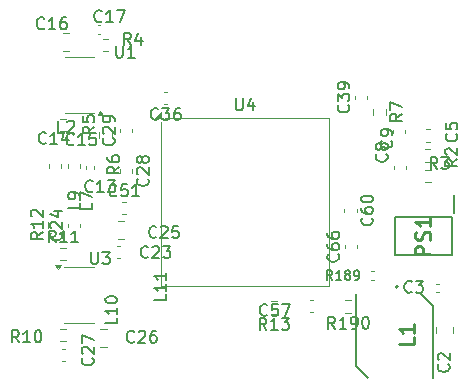
<source format=gbr>
%TF.GenerationSoftware,KiCad,Pcbnew,8.0.4-8.0.4-0~ubuntu20.04.1*%
%TF.CreationDate,2024-10-25T22:34:00+02:00*%
%TF.ProjectId,home_auto,686f6d65-5f61-4757-946f-2e6b69636164,rev?*%
%TF.SameCoordinates,Original*%
%TF.FileFunction,Legend,Top*%
%TF.FilePolarity,Positive*%
%FSLAX46Y46*%
G04 Gerber Fmt 4.6, Leading zero omitted, Abs format (unit mm)*
G04 Created by KiCad (PCBNEW 8.0.4-8.0.4-0~ubuntu20.04.1) date 2024-10-25 22:34:00*
%MOMM*%
%LPD*%
G01*
G04 APERTURE LIST*
%ADD10C,0.150000*%
%ADD11C,0.254000*%
%ADD12C,0.120000*%
%ADD13C,0.200000*%
G04 APERTURE END LIST*
D10*
X107878333Y-95949819D02*
X107545000Y-95473628D01*
X107306905Y-95949819D02*
X107306905Y-94949819D01*
X107306905Y-94949819D02*
X107687857Y-94949819D01*
X107687857Y-94949819D02*
X107783095Y-94997438D01*
X107783095Y-94997438D02*
X107830714Y-95045057D01*
X107830714Y-95045057D02*
X107878333Y-95140295D01*
X107878333Y-95140295D02*
X107878333Y-95283152D01*
X107878333Y-95283152D02*
X107830714Y-95378390D01*
X107830714Y-95378390D02*
X107783095Y-95426009D01*
X107783095Y-95426009D02*
X107687857Y-95473628D01*
X107687857Y-95473628D02*
X107306905Y-95473628D01*
X108211667Y-94949819D02*
X108830714Y-94949819D01*
X108830714Y-94949819D02*
X108497381Y-95330771D01*
X108497381Y-95330771D02*
X108640238Y-95330771D01*
X108640238Y-95330771D02*
X108735476Y-95378390D01*
X108735476Y-95378390D02*
X108783095Y-95426009D01*
X108783095Y-95426009D02*
X108830714Y-95521247D01*
X108830714Y-95521247D02*
X108830714Y-95759342D01*
X108830714Y-95759342D02*
X108783095Y-95854580D01*
X108783095Y-95854580D02*
X108735476Y-95902200D01*
X108735476Y-95902200D02*
X108640238Y-95949819D01*
X108640238Y-95949819D02*
X108354524Y-95949819D01*
X108354524Y-95949819D02*
X108259286Y-95902200D01*
X108259286Y-95902200D02*
X108211667Y-95854580D01*
X82207142Y-110564580D02*
X82159523Y-110612200D01*
X82159523Y-110612200D02*
X82016666Y-110659819D01*
X82016666Y-110659819D02*
X81921428Y-110659819D01*
X81921428Y-110659819D02*
X81778571Y-110612200D01*
X81778571Y-110612200D02*
X81683333Y-110516961D01*
X81683333Y-110516961D02*
X81635714Y-110421723D01*
X81635714Y-110421723D02*
X81588095Y-110231247D01*
X81588095Y-110231247D02*
X81588095Y-110088390D01*
X81588095Y-110088390D02*
X81635714Y-109897914D01*
X81635714Y-109897914D02*
X81683333Y-109802676D01*
X81683333Y-109802676D02*
X81778571Y-109707438D01*
X81778571Y-109707438D02*
X81921428Y-109659819D01*
X81921428Y-109659819D02*
X82016666Y-109659819D01*
X82016666Y-109659819D02*
X82159523Y-109707438D01*
X82159523Y-109707438D02*
X82207142Y-109755057D01*
X82588095Y-109755057D02*
X82635714Y-109707438D01*
X82635714Y-109707438D02*
X82730952Y-109659819D01*
X82730952Y-109659819D02*
X82969047Y-109659819D01*
X82969047Y-109659819D02*
X83064285Y-109707438D01*
X83064285Y-109707438D02*
X83111904Y-109755057D01*
X83111904Y-109755057D02*
X83159523Y-109850295D01*
X83159523Y-109850295D02*
X83159523Y-109945533D01*
X83159523Y-109945533D02*
X83111904Y-110088390D01*
X83111904Y-110088390D02*
X82540476Y-110659819D01*
X82540476Y-110659819D02*
X83159523Y-110659819D01*
X84016666Y-109659819D02*
X83826190Y-109659819D01*
X83826190Y-109659819D02*
X83730952Y-109707438D01*
X83730952Y-109707438D02*
X83683333Y-109755057D01*
X83683333Y-109755057D02*
X83588095Y-109897914D01*
X83588095Y-109897914D02*
X83540476Y-110088390D01*
X83540476Y-110088390D02*
X83540476Y-110469342D01*
X83540476Y-110469342D02*
X83588095Y-110564580D01*
X83588095Y-110564580D02*
X83635714Y-110612200D01*
X83635714Y-110612200D02*
X83730952Y-110659819D01*
X83730952Y-110659819D02*
X83921428Y-110659819D01*
X83921428Y-110659819D02*
X84016666Y-110612200D01*
X84016666Y-110612200D02*
X84064285Y-110564580D01*
X84064285Y-110564580D02*
X84111904Y-110469342D01*
X84111904Y-110469342D02*
X84111904Y-110231247D01*
X84111904Y-110231247D02*
X84064285Y-110136009D01*
X84064285Y-110136009D02*
X84016666Y-110088390D01*
X84016666Y-110088390D02*
X83921428Y-110040771D01*
X83921428Y-110040771D02*
X83730952Y-110040771D01*
X83730952Y-110040771D02*
X83635714Y-110088390D01*
X83635714Y-110088390D02*
X83588095Y-110136009D01*
X83588095Y-110136009D02*
X83540476Y-110231247D01*
X76004580Y-101367857D02*
X76052200Y-101415476D01*
X76052200Y-101415476D02*
X76099819Y-101558333D01*
X76099819Y-101558333D02*
X76099819Y-101653571D01*
X76099819Y-101653571D02*
X76052200Y-101796428D01*
X76052200Y-101796428D02*
X75956961Y-101891666D01*
X75956961Y-101891666D02*
X75861723Y-101939285D01*
X75861723Y-101939285D02*
X75671247Y-101986904D01*
X75671247Y-101986904D02*
X75528390Y-101986904D01*
X75528390Y-101986904D02*
X75337914Y-101939285D01*
X75337914Y-101939285D02*
X75242676Y-101891666D01*
X75242676Y-101891666D02*
X75147438Y-101796428D01*
X75147438Y-101796428D02*
X75099819Y-101653571D01*
X75099819Y-101653571D02*
X75099819Y-101558333D01*
X75099819Y-101558333D02*
X75147438Y-101415476D01*
X75147438Y-101415476D02*
X75195057Y-101367857D01*
X75195057Y-100986904D02*
X75147438Y-100939285D01*
X75147438Y-100939285D02*
X75099819Y-100844047D01*
X75099819Y-100844047D02*
X75099819Y-100605952D01*
X75099819Y-100605952D02*
X75147438Y-100510714D01*
X75147438Y-100510714D02*
X75195057Y-100463095D01*
X75195057Y-100463095D02*
X75290295Y-100415476D01*
X75290295Y-100415476D02*
X75385533Y-100415476D01*
X75385533Y-100415476D02*
X75528390Y-100463095D01*
X75528390Y-100463095D02*
X76099819Y-101034523D01*
X76099819Y-101034523D02*
X76099819Y-100415476D01*
X75433152Y-99558333D02*
X76099819Y-99558333D01*
X75052200Y-99796428D02*
X75766485Y-100034523D01*
X75766485Y-100034523D02*
X75766485Y-99415476D01*
X109479580Y-92981666D02*
X109527200Y-93029285D01*
X109527200Y-93029285D02*
X109574819Y-93172142D01*
X109574819Y-93172142D02*
X109574819Y-93267380D01*
X109574819Y-93267380D02*
X109527200Y-93410237D01*
X109527200Y-93410237D02*
X109431961Y-93505475D01*
X109431961Y-93505475D02*
X109336723Y-93553094D01*
X109336723Y-93553094D02*
X109146247Y-93600713D01*
X109146247Y-93600713D02*
X109003390Y-93600713D01*
X109003390Y-93600713D02*
X108812914Y-93553094D01*
X108812914Y-93553094D02*
X108717676Y-93505475D01*
X108717676Y-93505475D02*
X108622438Y-93410237D01*
X108622438Y-93410237D02*
X108574819Y-93267380D01*
X108574819Y-93267380D02*
X108574819Y-93172142D01*
X108574819Y-93172142D02*
X108622438Y-93029285D01*
X108622438Y-93029285D02*
X108670057Y-92981666D01*
X108574819Y-92076904D02*
X108574819Y-92553094D01*
X108574819Y-92553094D02*
X109051009Y-92600713D01*
X109051009Y-92600713D02*
X109003390Y-92553094D01*
X109003390Y-92553094D02*
X108955771Y-92457856D01*
X108955771Y-92457856D02*
X108955771Y-92219761D01*
X108955771Y-92219761D02*
X109003390Y-92124523D01*
X109003390Y-92124523D02*
X109051009Y-92076904D01*
X109051009Y-92076904D02*
X109146247Y-92029285D01*
X109146247Y-92029285D02*
X109384342Y-92029285D01*
X109384342Y-92029285D02*
X109479580Y-92076904D01*
X109479580Y-92076904D02*
X109527200Y-92124523D01*
X109527200Y-92124523D02*
X109574819Y-92219761D01*
X109574819Y-92219761D02*
X109574819Y-92457856D01*
X109574819Y-92457856D02*
X109527200Y-92553094D01*
X109527200Y-92553094D02*
X109479580Y-92600713D01*
X72437142Y-110629819D02*
X72103809Y-110153628D01*
X71865714Y-110629819D02*
X71865714Y-109629819D01*
X71865714Y-109629819D02*
X72246666Y-109629819D01*
X72246666Y-109629819D02*
X72341904Y-109677438D01*
X72341904Y-109677438D02*
X72389523Y-109725057D01*
X72389523Y-109725057D02*
X72437142Y-109820295D01*
X72437142Y-109820295D02*
X72437142Y-109963152D01*
X72437142Y-109963152D02*
X72389523Y-110058390D01*
X72389523Y-110058390D02*
X72341904Y-110106009D01*
X72341904Y-110106009D02*
X72246666Y-110153628D01*
X72246666Y-110153628D02*
X71865714Y-110153628D01*
X73389523Y-110629819D02*
X72818095Y-110629819D01*
X73103809Y-110629819D02*
X73103809Y-109629819D01*
X73103809Y-109629819D02*
X73008571Y-109772676D01*
X73008571Y-109772676D02*
X72913333Y-109867914D01*
X72913333Y-109867914D02*
X72818095Y-109915533D01*
X74008571Y-109629819D02*
X74103809Y-109629819D01*
X74103809Y-109629819D02*
X74199047Y-109677438D01*
X74199047Y-109677438D02*
X74246666Y-109725057D01*
X74246666Y-109725057D02*
X74294285Y-109820295D01*
X74294285Y-109820295D02*
X74341904Y-110010771D01*
X74341904Y-110010771D02*
X74341904Y-110248866D01*
X74341904Y-110248866D02*
X74294285Y-110439342D01*
X74294285Y-110439342D02*
X74246666Y-110534580D01*
X74246666Y-110534580D02*
X74199047Y-110582200D01*
X74199047Y-110582200D02*
X74103809Y-110629819D01*
X74103809Y-110629819D02*
X74008571Y-110629819D01*
X74008571Y-110629819D02*
X73913333Y-110582200D01*
X73913333Y-110582200D02*
X73865714Y-110534580D01*
X73865714Y-110534580D02*
X73818095Y-110439342D01*
X73818095Y-110439342D02*
X73770476Y-110248866D01*
X73770476Y-110248866D02*
X73770476Y-110010771D01*
X73770476Y-110010771D02*
X73818095Y-109820295D01*
X73818095Y-109820295D02*
X73865714Y-109725057D01*
X73865714Y-109725057D02*
X73913333Y-109677438D01*
X73913333Y-109677438D02*
X74008571Y-109629819D01*
D11*
X105870318Y-110216451D02*
X105870318Y-110821213D01*
X105870318Y-110821213D02*
X104600318Y-110821213D01*
X105870318Y-109127879D02*
X105870318Y-109853594D01*
X105870318Y-109490737D02*
X104600318Y-109490737D01*
X104600318Y-109490737D02*
X104781746Y-109611689D01*
X104781746Y-109611689D02*
X104902699Y-109732641D01*
X104902699Y-109732641D02*
X104963175Y-109853594D01*
D10*
X98984762Y-105342295D02*
X98718095Y-104961342D01*
X98527619Y-105342295D02*
X98527619Y-104542295D01*
X98527619Y-104542295D02*
X98832381Y-104542295D01*
X98832381Y-104542295D02*
X98908571Y-104580390D01*
X98908571Y-104580390D02*
X98946666Y-104618485D01*
X98946666Y-104618485D02*
X98984762Y-104694676D01*
X98984762Y-104694676D02*
X98984762Y-104808961D01*
X98984762Y-104808961D02*
X98946666Y-104885152D01*
X98946666Y-104885152D02*
X98908571Y-104923247D01*
X98908571Y-104923247D02*
X98832381Y-104961342D01*
X98832381Y-104961342D02*
X98527619Y-104961342D01*
X99746666Y-105342295D02*
X99289523Y-105342295D01*
X99518095Y-105342295D02*
X99518095Y-104542295D01*
X99518095Y-104542295D02*
X99441904Y-104656580D01*
X99441904Y-104656580D02*
X99365714Y-104732771D01*
X99365714Y-104732771D02*
X99289523Y-104770866D01*
X100203809Y-104885152D02*
X100127619Y-104847057D01*
X100127619Y-104847057D02*
X100089524Y-104808961D01*
X100089524Y-104808961D02*
X100051428Y-104732771D01*
X100051428Y-104732771D02*
X100051428Y-104694676D01*
X100051428Y-104694676D02*
X100089524Y-104618485D01*
X100089524Y-104618485D02*
X100127619Y-104580390D01*
X100127619Y-104580390D02*
X100203809Y-104542295D01*
X100203809Y-104542295D02*
X100356190Y-104542295D01*
X100356190Y-104542295D02*
X100432381Y-104580390D01*
X100432381Y-104580390D02*
X100470476Y-104618485D01*
X100470476Y-104618485D02*
X100508571Y-104694676D01*
X100508571Y-104694676D02*
X100508571Y-104732771D01*
X100508571Y-104732771D02*
X100470476Y-104808961D01*
X100470476Y-104808961D02*
X100432381Y-104847057D01*
X100432381Y-104847057D02*
X100356190Y-104885152D01*
X100356190Y-104885152D02*
X100203809Y-104885152D01*
X100203809Y-104885152D02*
X100127619Y-104923247D01*
X100127619Y-104923247D02*
X100089524Y-104961342D01*
X100089524Y-104961342D02*
X100051428Y-105037533D01*
X100051428Y-105037533D02*
X100051428Y-105189914D01*
X100051428Y-105189914D02*
X100089524Y-105266104D01*
X100089524Y-105266104D02*
X100127619Y-105304200D01*
X100127619Y-105304200D02*
X100203809Y-105342295D01*
X100203809Y-105342295D02*
X100356190Y-105342295D01*
X100356190Y-105342295D02*
X100432381Y-105304200D01*
X100432381Y-105304200D02*
X100470476Y-105266104D01*
X100470476Y-105266104D02*
X100508571Y-105189914D01*
X100508571Y-105189914D02*
X100508571Y-105037533D01*
X100508571Y-105037533D02*
X100470476Y-104961342D01*
X100470476Y-104961342D02*
X100432381Y-104923247D01*
X100432381Y-104923247D02*
X100356190Y-104885152D01*
X100889524Y-105342295D02*
X101041905Y-105342295D01*
X101041905Y-105342295D02*
X101118095Y-105304200D01*
X101118095Y-105304200D02*
X101156191Y-105266104D01*
X101156191Y-105266104D02*
X101232381Y-105151819D01*
X101232381Y-105151819D02*
X101270476Y-104999438D01*
X101270476Y-104999438D02*
X101270476Y-104694676D01*
X101270476Y-104694676D02*
X101232381Y-104618485D01*
X101232381Y-104618485D02*
X101194286Y-104580390D01*
X101194286Y-104580390D02*
X101118095Y-104542295D01*
X101118095Y-104542295D02*
X100965714Y-104542295D01*
X100965714Y-104542295D02*
X100889524Y-104580390D01*
X100889524Y-104580390D02*
X100851429Y-104618485D01*
X100851429Y-104618485D02*
X100813333Y-104694676D01*
X100813333Y-104694676D02*
X100813333Y-104885152D01*
X100813333Y-104885152D02*
X100851429Y-104961342D01*
X100851429Y-104961342D02*
X100889524Y-104999438D01*
X100889524Y-104999438D02*
X100965714Y-105037533D01*
X100965714Y-105037533D02*
X101118095Y-105037533D01*
X101118095Y-105037533D02*
X101194286Y-104999438D01*
X101194286Y-104999438D02*
X101232381Y-104961342D01*
X101232381Y-104961342D02*
X101270476Y-104885152D01*
X80449580Y-93352857D02*
X80497200Y-93400476D01*
X80497200Y-93400476D02*
X80544819Y-93543333D01*
X80544819Y-93543333D02*
X80544819Y-93638571D01*
X80544819Y-93638571D02*
X80497200Y-93781428D01*
X80497200Y-93781428D02*
X80401961Y-93876666D01*
X80401961Y-93876666D02*
X80306723Y-93924285D01*
X80306723Y-93924285D02*
X80116247Y-93971904D01*
X80116247Y-93971904D02*
X79973390Y-93971904D01*
X79973390Y-93971904D02*
X79782914Y-93924285D01*
X79782914Y-93924285D02*
X79687676Y-93876666D01*
X79687676Y-93876666D02*
X79592438Y-93781428D01*
X79592438Y-93781428D02*
X79544819Y-93638571D01*
X79544819Y-93638571D02*
X79544819Y-93543333D01*
X79544819Y-93543333D02*
X79592438Y-93400476D01*
X79592438Y-93400476D02*
X79640057Y-93352857D01*
X79640057Y-92971904D02*
X79592438Y-92924285D01*
X79592438Y-92924285D02*
X79544819Y-92829047D01*
X79544819Y-92829047D02*
X79544819Y-92590952D01*
X79544819Y-92590952D02*
X79592438Y-92495714D01*
X79592438Y-92495714D02*
X79640057Y-92448095D01*
X79640057Y-92448095D02*
X79735295Y-92400476D01*
X79735295Y-92400476D02*
X79830533Y-92400476D01*
X79830533Y-92400476D02*
X79973390Y-92448095D01*
X79973390Y-92448095D02*
X80544819Y-93019523D01*
X80544819Y-93019523D02*
X80544819Y-92400476D01*
X80544819Y-91924285D02*
X80544819Y-91733809D01*
X80544819Y-91733809D02*
X80497200Y-91638571D01*
X80497200Y-91638571D02*
X80449580Y-91590952D01*
X80449580Y-91590952D02*
X80306723Y-91495714D01*
X80306723Y-91495714D02*
X80116247Y-91448095D01*
X80116247Y-91448095D02*
X79735295Y-91448095D01*
X79735295Y-91448095D02*
X79640057Y-91495714D01*
X79640057Y-91495714D02*
X79592438Y-91543333D01*
X79592438Y-91543333D02*
X79544819Y-91638571D01*
X79544819Y-91638571D02*
X79544819Y-91829047D01*
X79544819Y-91829047D02*
X79592438Y-91924285D01*
X79592438Y-91924285D02*
X79640057Y-91971904D01*
X79640057Y-91971904D02*
X79735295Y-92019523D01*
X79735295Y-92019523D02*
X79973390Y-92019523D01*
X79973390Y-92019523D02*
X80068628Y-91971904D01*
X80068628Y-91971904D02*
X80116247Y-91924285D01*
X80116247Y-91924285D02*
X80163866Y-91829047D01*
X80163866Y-91829047D02*
X80163866Y-91638571D01*
X80163866Y-91638571D02*
X80116247Y-91543333D01*
X80116247Y-91543333D02*
X80068628Y-91495714D01*
X80068628Y-91495714D02*
X79973390Y-91448095D01*
X103564580Y-94711666D02*
X103612200Y-94759285D01*
X103612200Y-94759285D02*
X103659819Y-94902142D01*
X103659819Y-94902142D02*
X103659819Y-94997380D01*
X103659819Y-94997380D02*
X103612200Y-95140237D01*
X103612200Y-95140237D02*
X103516961Y-95235475D01*
X103516961Y-95235475D02*
X103421723Y-95283094D01*
X103421723Y-95283094D02*
X103231247Y-95330713D01*
X103231247Y-95330713D02*
X103088390Y-95330713D01*
X103088390Y-95330713D02*
X102897914Y-95283094D01*
X102897914Y-95283094D02*
X102802676Y-95235475D01*
X102802676Y-95235475D02*
X102707438Y-95140237D01*
X102707438Y-95140237D02*
X102659819Y-94997380D01*
X102659819Y-94997380D02*
X102659819Y-94902142D01*
X102659819Y-94902142D02*
X102707438Y-94759285D01*
X102707438Y-94759285D02*
X102755057Y-94711666D01*
X103088390Y-94140237D02*
X103040771Y-94235475D01*
X103040771Y-94235475D02*
X102993152Y-94283094D01*
X102993152Y-94283094D02*
X102897914Y-94330713D01*
X102897914Y-94330713D02*
X102850295Y-94330713D01*
X102850295Y-94330713D02*
X102755057Y-94283094D01*
X102755057Y-94283094D02*
X102707438Y-94235475D01*
X102707438Y-94235475D02*
X102659819Y-94140237D01*
X102659819Y-94140237D02*
X102659819Y-93949761D01*
X102659819Y-93949761D02*
X102707438Y-93854523D01*
X102707438Y-93854523D02*
X102755057Y-93806904D01*
X102755057Y-93806904D02*
X102850295Y-93759285D01*
X102850295Y-93759285D02*
X102897914Y-93759285D01*
X102897914Y-93759285D02*
X102993152Y-93806904D01*
X102993152Y-93806904D02*
X103040771Y-93854523D01*
X103040771Y-93854523D02*
X103088390Y-93949761D01*
X103088390Y-93949761D02*
X103088390Y-94140237D01*
X103088390Y-94140237D02*
X103136009Y-94235475D01*
X103136009Y-94235475D02*
X103183628Y-94283094D01*
X103183628Y-94283094D02*
X103278866Y-94330713D01*
X103278866Y-94330713D02*
X103469342Y-94330713D01*
X103469342Y-94330713D02*
X103564580Y-94283094D01*
X103564580Y-94283094D02*
X103612200Y-94235475D01*
X103612200Y-94235475D02*
X103659819Y-94140237D01*
X103659819Y-94140237D02*
X103659819Y-93949761D01*
X103659819Y-93949761D02*
X103612200Y-93854523D01*
X103612200Y-93854523D02*
X103564580Y-93806904D01*
X103564580Y-93806904D02*
X103469342Y-93759285D01*
X103469342Y-93759285D02*
X103278866Y-93759285D01*
X103278866Y-93759285D02*
X103183628Y-93806904D01*
X103183628Y-93806904D02*
X103136009Y-93854523D01*
X103136009Y-93854523D02*
X103088390Y-93949761D01*
X77082142Y-93854580D02*
X77034523Y-93902200D01*
X77034523Y-93902200D02*
X76891666Y-93949819D01*
X76891666Y-93949819D02*
X76796428Y-93949819D01*
X76796428Y-93949819D02*
X76653571Y-93902200D01*
X76653571Y-93902200D02*
X76558333Y-93806961D01*
X76558333Y-93806961D02*
X76510714Y-93711723D01*
X76510714Y-93711723D02*
X76463095Y-93521247D01*
X76463095Y-93521247D02*
X76463095Y-93378390D01*
X76463095Y-93378390D02*
X76510714Y-93187914D01*
X76510714Y-93187914D02*
X76558333Y-93092676D01*
X76558333Y-93092676D02*
X76653571Y-92997438D01*
X76653571Y-92997438D02*
X76796428Y-92949819D01*
X76796428Y-92949819D02*
X76891666Y-92949819D01*
X76891666Y-92949819D02*
X77034523Y-92997438D01*
X77034523Y-92997438D02*
X77082142Y-93045057D01*
X78034523Y-93949819D02*
X77463095Y-93949819D01*
X77748809Y-93949819D02*
X77748809Y-92949819D01*
X77748809Y-92949819D02*
X77653571Y-93092676D01*
X77653571Y-93092676D02*
X77558333Y-93187914D01*
X77558333Y-93187914D02*
X77463095Y-93235533D01*
X78939285Y-92949819D02*
X78463095Y-92949819D01*
X78463095Y-92949819D02*
X78415476Y-93426009D01*
X78415476Y-93426009D02*
X78463095Y-93378390D01*
X78463095Y-93378390D02*
X78558333Y-93330771D01*
X78558333Y-93330771D02*
X78796428Y-93330771D01*
X78796428Y-93330771D02*
X78891666Y-93378390D01*
X78891666Y-93378390D02*
X78939285Y-93426009D01*
X78939285Y-93426009D02*
X78986904Y-93521247D01*
X78986904Y-93521247D02*
X78986904Y-93759342D01*
X78986904Y-93759342D02*
X78939285Y-93854580D01*
X78939285Y-93854580D02*
X78891666Y-93902200D01*
X78891666Y-93902200D02*
X78796428Y-93949819D01*
X78796428Y-93949819D02*
X78558333Y-93949819D01*
X78558333Y-93949819D02*
X78463095Y-93902200D01*
X78463095Y-93902200D02*
X78415476Y-93854580D01*
X84904819Y-106572857D02*
X84904819Y-107049047D01*
X84904819Y-107049047D02*
X83904819Y-107049047D01*
X84904819Y-105715714D02*
X84904819Y-106287142D01*
X84904819Y-106001428D02*
X83904819Y-106001428D01*
X83904819Y-106001428D02*
X84047676Y-106096666D01*
X84047676Y-106096666D02*
X84142914Y-106191904D01*
X84142914Y-106191904D02*
X84190533Y-106287142D01*
X84904819Y-104763333D02*
X84904819Y-105334761D01*
X84904819Y-105049047D02*
X83904819Y-105049047D01*
X83904819Y-105049047D02*
X84047676Y-105144285D01*
X84047676Y-105144285D02*
X84142914Y-105239523D01*
X84142914Y-105239523D02*
X84190533Y-105334761D01*
X81933333Y-85454819D02*
X81600000Y-84978628D01*
X81361905Y-85454819D02*
X81361905Y-84454819D01*
X81361905Y-84454819D02*
X81742857Y-84454819D01*
X81742857Y-84454819D02*
X81838095Y-84502438D01*
X81838095Y-84502438D02*
X81885714Y-84550057D01*
X81885714Y-84550057D02*
X81933333Y-84645295D01*
X81933333Y-84645295D02*
X81933333Y-84788152D01*
X81933333Y-84788152D02*
X81885714Y-84883390D01*
X81885714Y-84883390D02*
X81838095Y-84931009D01*
X81838095Y-84931009D02*
X81742857Y-84978628D01*
X81742857Y-84978628D02*
X81361905Y-84978628D01*
X82790476Y-84788152D02*
X82790476Y-85454819D01*
X82552381Y-84407200D02*
X82314286Y-85121485D01*
X82314286Y-85121485D02*
X82933333Y-85121485D01*
X80929819Y-95766666D02*
X80453628Y-96099999D01*
X80929819Y-96338094D02*
X79929819Y-96338094D01*
X79929819Y-96338094D02*
X79929819Y-95957142D01*
X79929819Y-95957142D02*
X79977438Y-95861904D01*
X79977438Y-95861904D02*
X80025057Y-95814285D01*
X80025057Y-95814285D02*
X80120295Y-95766666D01*
X80120295Y-95766666D02*
X80263152Y-95766666D01*
X80263152Y-95766666D02*
X80358390Y-95814285D01*
X80358390Y-95814285D02*
X80406009Y-95861904D01*
X80406009Y-95861904D02*
X80453628Y-95957142D01*
X80453628Y-95957142D02*
X80453628Y-96338094D01*
X79929819Y-94909523D02*
X79929819Y-95099999D01*
X79929819Y-95099999D02*
X79977438Y-95195237D01*
X79977438Y-95195237D02*
X80025057Y-95242856D01*
X80025057Y-95242856D02*
X80167914Y-95338094D01*
X80167914Y-95338094D02*
X80358390Y-95385713D01*
X80358390Y-95385713D02*
X80739342Y-95385713D01*
X80739342Y-95385713D02*
X80834580Y-95338094D01*
X80834580Y-95338094D02*
X80882200Y-95290475D01*
X80882200Y-95290475D02*
X80929819Y-95195237D01*
X80929819Y-95195237D02*
X80929819Y-95004761D01*
X80929819Y-95004761D02*
X80882200Y-94909523D01*
X80882200Y-94909523D02*
X80834580Y-94861904D01*
X80834580Y-94861904D02*
X80739342Y-94814285D01*
X80739342Y-94814285D02*
X80501247Y-94814285D01*
X80501247Y-94814285D02*
X80406009Y-94861904D01*
X80406009Y-94861904D02*
X80358390Y-94909523D01*
X80358390Y-94909523D02*
X80310771Y-95004761D01*
X80310771Y-95004761D02*
X80310771Y-95195237D01*
X80310771Y-95195237D02*
X80358390Y-95290475D01*
X80358390Y-95290475D02*
X80406009Y-95338094D01*
X80406009Y-95338094D02*
X80501247Y-95385713D01*
X79452142Y-83434580D02*
X79404523Y-83482200D01*
X79404523Y-83482200D02*
X79261666Y-83529819D01*
X79261666Y-83529819D02*
X79166428Y-83529819D01*
X79166428Y-83529819D02*
X79023571Y-83482200D01*
X79023571Y-83482200D02*
X78928333Y-83386961D01*
X78928333Y-83386961D02*
X78880714Y-83291723D01*
X78880714Y-83291723D02*
X78833095Y-83101247D01*
X78833095Y-83101247D02*
X78833095Y-82958390D01*
X78833095Y-82958390D02*
X78880714Y-82767914D01*
X78880714Y-82767914D02*
X78928333Y-82672676D01*
X78928333Y-82672676D02*
X79023571Y-82577438D01*
X79023571Y-82577438D02*
X79166428Y-82529819D01*
X79166428Y-82529819D02*
X79261666Y-82529819D01*
X79261666Y-82529819D02*
X79404523Y-82577438D01*
X79404523Y-82577438D02*
X79452142Y-82625057D01*
X80404523Y-83529819D02*
X79833095Y-83529819D01*
X80118809Y-83529819D02*
X80118809Y-82529819D01*
X80118809Y-82529819D02*
X80023571Y-82672676D01*
X80023571Y-82672676D02*
X79928333Y-82767914D01*
X79928333Y-82767914D02*
X79833095Y-82815533D01*
X80737857Y-82529819D02*
X81404523Y-82529819D01*
X81404523Y-82529819D02*
X80975952Y-83529819D01*
X108809580Y-112506666D02*
X108857200Y-112554285D01*
X108857200Y-112554285D02*
X108904819Y-112697142D01*
X108904819Y-112697142D02*
X108904819Y-112792380D01*
X108904819Y-112792380D02*
X108857200Y-112935237D01*
X108857200Y-112935237D02*
X108761961Y-113030475D01*
X108761961Y-113030475D02*
X108666723Y-113078094D01*
X108666723Y-113078094D02*
X108476247Y-113125713D01*
X108476247Y-113125713D02*
X108333390Y-113125713D01*
X108333390Y-113125713D02*
X108142914Y-113078094D01*
X108142914Y-113078094D02*
X108047676Y-113030475D01*
X108047676Y-113030475D02*
X107952438Y-112935237D01*
X107952438Y-112935237D02*
X107904819Y-112792380D01*
X107904819Y-112792380D02*
X107904819Y-112697142D01*
X107904819Y-112697142D02*
X107952438Y-112554285D01*
X107952438Y-112554285D02*
X108000057Y-112506666D01*
X108000057Y-112125713D02*
X107952438Y-112078094D01*
X107952438Y-112078094D02*
X107904819Y-111982856D01*
X107904819Y-111982856D02*
X107904819Y-111744761D01*
X107904819Y-111744761D02*
X107952438Y-111649523D01*
X107952438Y-111649523D02*
X108000057Y-111601904D01*
X108000057Y-111601904D02*
X108095295Y-111554285D01*
X108095295Y-111554285D02*
X108190533Y-111554285D01*
X108190533Y-111554285D02*
X108333390Y-111601904D01*
X108333390Y-111601904D02*
X108904819Y-112173332D01*
X108904819Y-112173332D02*
X108904819Y-111554285D01*
X93407142Y-109574819D02*
X93073809Y-109098628D01*
X92835714Y-109574819D02*
X92835714Y-108574819D01*
X92835714Y-108574819D02*
X93216666Y-108574819D01*
X93216666Y-108574819D02*
X93311904Y-108622438D01*
X93311904Y-108622438D02*
X93359523Y-108670057D01*
X93359523Y-108670057D02*
X93407142Y-108765295D01*
X93407142Y-108765295D02*
X93407142Y-108908152D01*
X93407142Y-108908152D02*
X93359523Y-109003390D01*
X93359523Y-109003390D02*
X93311904Y-109051009D01*
X93311904Y-109051009D02*
X93216666Y-109098628D01*
X93216666Y-109098628D02*
X92835714Y-109098628D01*
X94359523Y-109574819D02*
X93788095Y-109574819D01*
X94073809Y-109574819D02*
X94073809Y-108574819D01*
X94073809Y-108574819D02*
X93978571Y-108717676D01*
X93978571Y-108717676D02*
X93883333Y-108812914D01*
X93883333Y-108812914D02*
X93788095Y-108860533D01*
X94692857Y-108574819D02*
X95311904Y-108574819D01*
X95311904Y-108574819D02*
X94978571Y-108955771D01*
X94978571Y-108955771D02*
X95121428Y-108955771D01*
X95121428Y-108955771D02*
X95216666Y-109003390D01*
X95216666Y-109003390D02*
X95264285Y-109051009D01*
X95264285Y-109051009D02*
X95311904Y-109146247D01*
X95311904Y-109146247D02*
X95311904Y-109384342D01*
X95311904Y-109384342D02*
X95264285Y-109479580D01*
X95264285Y-109479580D02*
X95216666Y-109527200D01*
X95216666Y-109527200D02*
X95121428Y-109574819D01*
X95121428Y-109574819D02*
X94835714Y-109574819D01*
X94835714Y-109574819D02*
X94740476Y-109527200D01*
X94740476Y-109527200D02*
X94692857Y-109479580D01*
X78604819Y-98831666D02*
X78604819Y-99307856D01*
X78604819Y-99307856D02*
X77604819Y-99307856D01*
X77604819Y-98593570D02*
X77604819Y-97926904D01*
X77604819Y-97926904D02*
X78604819Y-98355475D01*
X100329580Y-90542857D02*
X100377200Y-90590476D01*
X100377200Y-90590476D02*
X100424819Y-90733333D01*
X100424819Y-90733333D02*
X100424819Y-90828571D01*
X100424819Y-90828571D02*
X100377200Y-90971428D01*
X100377200Y-90971428D02*
X100281961Y-91066666D01*
X100281961Y-91066666D02*
X100186723Y-91114285D01*
X100186723Y-91114285D02*
X99996247Y-91161904D01*
X99996247Y-91161904D02*
X99853390Y-91161904D01*
X99853390Y-91161904D02*
X99662914Y-91114285D01*
X99662914Y-91114285D02*
X99567676Y-91066666D01*
X99567676Y-91066666D02*
X99472438Y-90971428D01*
X99472438Y-90971428D02*
X99424819Y-90828571D01*
X99424819Y-90828571D02*
X99424819Y-90733333D01*
X99424819Y-90733333D02*
X99472438Y-90590476D01*
X99472438Y-90590476D02*
X99520057Y-90542857D01*
X99424819Y-90209523D02*
X99424819Y-89590476D01*
X99424819Y-89590476D02*
X99805771Y-89923809D01*
X99805771Y-89923809D02*
X99805771Y-89780952D01*
X99805771Y-89780952D02*
X99853390Y-89685714D01*
X99853390Y-89685714D02*
X99901009Y-89638095D01*
X99901009Y-89638095D02*
X99996247Y-89590476D01*
X99996247Y-89590476D02*
X100234342Y-89590476D01*
X100234342Y-89590476D02*
X100329580Y-89638095D01*
X100329580Y-89638095D02*
X100377200Y-89685714D01*
X100377200Y-89685714D02*
X100424819Y-89780952D01*
X100424819Y-89780952D02*
X100424819Y-90066666D01*
X100424819Y-90066666D02*
X100377200Y-90161904D01*
X100377200Y-90161904D02*
X100329580Y-90209523D01*
X100424819Y-89114285D02*
X100424819Y-88923809D01*
X100424819Y-88923809D02*
X100377200Y-88828571D01*
X100377200Y-88828571D02*
X100329580Y-88780952D01*
X100329580Y-88780952D02*
X100186723Y-88685714D01*
X100186723Y-88685714D02*
X99996247Y-88638095D01*
X99996247Y-88638095D02*
X99615295Y-88638095D01*
X99615295Y-88638095D02*
X99520057Y-88685714D01*
X99520057Y-88685714D02*
X99472438Y-88733333D01*
X99472438Y-88733333D02*
X99424819Y-88828571D01*
X99424819Y-88828571D02*
X99424819Y-89019047D01*
X99424819Y-89019047D02*
X99472438Y-89114285D01*
X99472438Y-89114285D02*
X99520057Y-89161904D01*
X99520057Y-89161904D02*
X99615295Y-89209523D01*
X99615295Y-89209523D02*
X99853390Y-89209523D01*
X99853390Y-89209523D02*
X99948628Y-89161904D01*
X99948628Y-89161904D02*
X99996247Y-89114285D01*
X99996247Y-89114285D02*
X100043866Y-89019047D01*
X100043866Y-89019047D02*
X100043866Y-88828571D01*
X100043866Y-88828571D02*
X99996247Y-88733333D01*
X99996247Y-88733333D02*
X99948628Y-88685714D01*
X99948628Y-88685714D02*
X99853390Y-88638095D01*
X74587142Y-84034580D02*
X74539523Y-84082200D01*
X74539523Y-84082200D02*
X74396666Y-84129819D01*
X74396666Y-84129819D02*
X74301428Y-84129819D01*
X74301428Y-84129819D02*
X74158571Y-84082200D01*
X74158571Y-84082200D02*
X74063333Y-83986961D01*
X74063333Y-83986961D02*
X74015714Y-83891723D01*
X74015714Y-83891723D02*
X73968095Y-83701247D01*
X73968095Y-83701247D02*
X73968095Y-83558390D01*
X73968095Y-83558390D02*
X74015714Y-83367914D01*
X74015714Y-83367914D02*
X74063333Y-83272676D01*
X74063333Y-83272676D02*
X74158571Y-83177438D01*
X74158571Y-83177438D02*
X74301428Y-83129819D01*
X74301428Y-83129819D02*
X74396666Y-83129819D01*
X74396666Y-83129819D02*
X74539523Y-83177438D01*
X74539523Y-83177438D02*
X74587142Y-83225057D01*
X75539523Y-84129819D02*
X74968095Y-84129819D01*
X75253809Y-84129819D02*
X75253809Y-83129819D01*
X75253809Y-83129819D02*
X75158571Y-83272676D01*
X75158571Y-83272676D02*
X75063333Y-83367914D01*
X75063333Y-83367914D02*
X74968095Y-83415533D01*
X76396666Y-83129819D02*
X76206190Y-83129819D01*
X76206190Y-83129819D02*
X76110952Y-83177438D01*
X76110952Y-83177438D02*
X76063333Y-83225057D01*
X76063333Y-83225057D02*
X75968095Y-83367914D01*
X75968095Y-83367914D02*
X75920476Y-83558390D01*
X75920476Y-83558390D02*
X75920476Y-83939342D01*
X75920476Y-83939342D02*
X75968095Y-84034580D01*
X75968095Y-84034580D02*
X76015714Y-84082200D01*
X76015714Y-84082200D02*
X76110952Y-84129819D01*
X76110952Y-84129819D02*
X76301428Y-84129819D01*
X76301428Y-84129819D02*
X76396666Y-84082200D01*
X76396666Y-84082200D02*
X76444285Y-84034580D01*
X76444285Y-84034580D02*
X76491904Y-83939342D01*
X76491904Y-83939342D02*
X76491904Y-83701247D01*
X76491904Y-83701247D02*
X76444285Y-83606009D01*
X76444285Y-83606009D02*
X76396666Y-83558390D01*
X76396666Y-83558390D02*
X76301428Y-83510771D01*
X76301428Y-83510771D02*
X76110952Y-83510771D01*
X76110952Y-83510771D02*
X76015714Y-83558390D01*
X76015714Y-83558390D02*
X75968095Y-83606009D01*
X75968095Y-83606009D02*
X75920476Y-83701247D01*
X83339580Y-96782857D02*
X83387200Y-96830476D01*
X83387200Y-96830476D02*
X83434819Y-96973333D01*
X83434819Y-96973333D02*
X83434819Y-97068571D01*
X83434819Y-97068571D02*
X83387200Y-97211428D01*
X83387200Y-97211428D02*
X83291961Y-97306666D01*
X83291961Y-97306666D02*
X83196723Y-97354285D01*
X83196723Y-97354285D02*
X83006247Y-97401904D01*
X83006247Y-97401904D02*
X82863390Y-97401904D01*
X82863390Y-97401904D02*
X82672914Y-97354285D01*
X82672914Y-97354285D02*
X82577676Y-97306666D01*
X82577676Y-97306666D02*
X82482438Y-97211428D01*
X82482438Y-97211428D02*
X82434819Y-97068571D01*
X82434819Y-97068571D02*
X82434819Y-96973333D01*
X82434819Y-96973333D02*
X82482438Y-96830476D01*
X82482438Y-96830476D02*
X82530057Y-96782857D01*
X82530057Y-96401904D02*
X82482438Y-96354285D01*
X82482438Y-96354285D02*
X82434819Y-96259047D01*
X82434819Y-96259047D02*
X82434819Y-96020952D01*
X82434819Y-96020952D02*
X82482438Y-95925714D01*
X82482438Y-95925714D02*
X82530057Y-95878095D01*
X82530057Y-95878095D02*
X82625295Y-95830476D01*
X82625295Y-95830476D02*
X82720533Y-95830476D01*
X82720533Y-95830476D02*
X82863390Y-95878095D01*
X82863390Y-95878095D02*
X83434819Y-96449523D01*
X83434819Y-96449523D02*
X83434819Y-95830476D01*
X82863390Y-95259047D02*
X82815771Y-95354285D01*
X82815771Y-95354285D02*
X82768152Y-95401904D01*
X82768152Y-95401904D02*
X82672914Y-95449523D01*
X82672914Y-95449523D02*
X82625295Y-95449523D01*
X82625295Y-95449523D02*
X82530057Y-95401904D01*
X82530057Y-95401904D02*
X82482438Y-95354285D01*
X82482438Y-95354285D02*
X82434819Y-95259047D01*
X82434819Y-95259047D02*
X82434819Y-95068571D01*
X82434819Y-95068571D02*
X82482438Y-94973333D01*
X82482438Y-94973333D02*
X82530057Y-94925714D01*
X82530057Y-94925714D02*
X82625295Y-94878095D01*
X82625295Y-94878095D02*
X82672914Y-94878095D01*
X82672914Y-94878095D02*
X82768152Y-94925714D01*
X82768152Y-94925714D02*
X82815771Y-94973333D01*
X82815771Y-94973333D02*
X82863390Y-95068571D01*
X82863390Y-95068571D02*
X82863390Y-95259047D01*
X82863390Y-95259047D02*
X82911009Y-95354285D01*
X82911009Y-95354285D02*
X82958628Y-95401904D01*
X82958628Y-95401904D02*
X83053866Y-95449523D01*
X83053866Y-95449523D02*
X83244342Y-95449523D01*
X83244342Y-95449523D02*
X83339580Y-95401904D01*
X83339580Y-95401904D02*
X83387200Y-95354285D01*
X83387200Y-95354285D02*
X83434819Y-95259047D01*
X83434819Y-95259047D02*
X83434819Y-95068571D01*
X83434819Y-95068571D02*
X83387200Y-94973333D01*
X83387200Y-94973333D02*
X83339580Y-94925714D01*
X83339580Y-94925714D02*
X83244342Y-94878095D01*
X83244342Y-94878095D02*
X83053866Y-94878095D01*
X83053866Y-94878095D02*
X82958628Y-94925714D01*
X82958628Y-94925714D02*
X82911009Y-94973333D01*
X82911009Y-94973333D02*
X82863390Y-95068571D01*
X78829819Y-92376666D02*
X78353628Y-92709999D01*
X78829819Y-92948094D02*
X77829819Y-92948094D01*
X77829819Y-92948094D02*
X77829819Y-92567142D01*
X77829819Y-92567142D02*
X77877438Y-92471904D01*
X77877438Y-92471904D02*
X77925057Y-92424285D01*
X77925057Y-92424285D02*
X78020295Y-92376666D01*
X78020295Y-92376666D02*
X78163152Y-92376666D01*
X78163152Y-92376666D02*
X78258390Y-92424285D01*
X78258390Y-92424285D02*
X78306009Y-92471904D01*
X78306009Y-92471904D02*
X78353628Y-92567142D01*
X78353628Y-92567142D02*
X78353628Y-92948094D01*
X77829819Y-91471904D02*
X77829819Y-91948094D01*
X77829819Y-91948094D02*
X78306009Y-91995713D01*
X78306009Y-91995713D02*
X78258390Y-91948094D01*
X78258390Y-91948094D02*
X78210771Y-91852856D01*
X78210771Y-91852856D02*
X78210771Y-91614761D01*
X78210771Y-91614761D02*
X78258390Y-91519523D01*
X78258390Y-91519523D02*
X78306009Y-91471904D01*
X78306009Y-91471904D02*
X78401247Y-91424285D01*
X78401247Y-91424285D02*
X78639342Y-91424285D01*
X78639342Y-91424285D02*
X78734580Y-91471904D01*
X78734580Y-91471904D02*
X78782200Y-91519523D01*
X78782200Y-91519523D02*
X78829819Y-91614761D01*
X78829819Y-91614761D02*
X78829819Y-91852856D01*
X78829819Y-91852856D02*
X78782200Y-91948094D01*
X78782200Y-91948094D02*
X78734580Y-91995713D01*
X80707142Y-98179580D02*
X80659523Y-98227200D01*
X80659523Y-98227200D02*
X80516666Y-98274819D01*
X80516666Y-98274819D02*
X80421428Y-98274819D01*
X80421428Y-98274819D02*
X80278571Y-98227200D01*
X80278571Y-98227200D02*
X80183333Y-98131961D01*
X80183333Y-98131961D02*
X80135714Y-98036723D01*
X80135714Y-98036723D02*
X80088095Y-97846247D01*
X80088095Y-97846247D02*
X80088095Y-97703390D01*
X80088095Y-97703390D02*
X80135714Y-97512914D01*
X80135714Y-97512914D02*
X80183333Y-97417676D01*
X80183333Y-97417676D02*
X80278571Y-97322438D01*
X80278571Y-97322438D02*
X80421428Y-97274819D01*
X80421428Y-97274819D02*
X80516666Y-97274819D01*
X80516666Y-97274819D02*
X80659523Y-97322438D01*
X80659523Y-97322438D02*
X80707142Y-97370057D01*
X81611904Y-97274819D02*
X81135714Y-97274819D01*
X81135714Y-97274819D02*
X81088095Y-97751009D01*
X81088095Y-97751009D02*
X81135714Y-97703390D01*
X81135714Y-97703390D02*
X81230952Y-97655771D01*
X81230952Y-97655771D02*
X81469047Y-97655771D01*
X81469047Y-97655771D02*
X81564285Y-97703390D01*
X81564285Y-97703390D02*
X81611904Y-97751009D01*
X81611904Y-97751009D02*
X81659523Y-97846247D01*
X81659523Y-97846247D02*
X81659523Y-98084342D01*
X81659523Y-98084342D02*
X81611904Y-98179580D01*
X81611904Y-98179580D02*
X81564285Y-98227200D01*
X81564285Y-98227200D02*
X81469047Y-98274819D01*
X81469047Y-98274819D02*
X81230952Y-98274819D01*
X81230952Y-98274819D02*
X81135714Y-98227200D01*
X81135714Y-98227200D02*
X81088095Y-98179580D01*
X82611904Y-98274819D02*
X82040476Y-98274819D01*
X82326190Y-98274819D02*
X82326190Y-97274819D01*
X82326190Y-97274819D02*
X82230952Y-97417676D01*
X82230952Y-97417676D02*
X82135714Y-97512914D01*
X82135714Y-97512914D02*
X82040476Y-97560533D01*
X104859819Y-91291666D02*
X104383628Y-91624999D01*
X104859819Y-91863094D02*
X103859819Y-91863094D01*
X103859819Y-91863094D02*
X103859819Y-91482142D01*
X103859819Y-91482142D02*
X103907438Y-91386904D01*
X103907438Y-91386904D02*
X103955057Y-91339285D01*
X103955057Y-91339285D02*
X104050295Y-91291666D01*
X104050295Y-91291666D02*
X104193152Y-91291666D01*
X104193152Y-91291666D02*
X104288390Y-91339285D01*
X104288390Y-91339285D02*
X104336009Y-91386904D01*
X104336009Y-91386904D02*
X104383628Y-91482142D01*
X104383628Y-91482142D02*
X104383628Y-91863094D01*
X103859819Y-90958332D02*
X103859819Y-90291666D01*
X103859819Y-90291666D02*
X104859819Y-90720237D01*
X77614819Y-98806666D02*
X77614819Y-99282856D01*
X77614819Y-99282856D02*
X76614819Y-99282856D01*
X77614819Y-98425713D02*
X77614819Y-98235237D01*
X77614819Y-98235237D02*
X77567200Y-98139999D01*
X77567200Y-98139999D02*
X77519580Y-98092380D01*
X77519580Y-98092380D02*
X77376723Y-97997142D01*
X77376723Y-97997142D02*
X77186247Y-97949523D01*
X77186247Y-97949523D02*
X76805295Y-97949523D01*
X76805295Y-97949523D02*
X76710057Y-97997142D01*
X76710057Y-97997142D02*
X76662438Y-98044761D01*
X76662438Y-98044761D02*
X76614819Y-98139999D01*
X76614819Y-98139999D02*
X76614819Y-98330475D01*
X76614819Y-98330475D02*
X76662438Y-98425713D01*
X76662438Y-98425713D02*
X76710057Y-98473332D01*
X76710057Y-98473332D02*
X76805295Y-98520951D01*
X76805295Y-98520951D02*
X77043390Y-98520951D01*
X77043390Y-98520951D02*
X77138628Y-98473332D01*
X77138628Y-98473332D02*
X77186247Y-98425713D01*
X77186247Y-98425713D02*
X77233866Y-98330475D01*
X77233866Y-98330475D02*
X77233866Y-98139999D01*
X77233866Y-98139999D02*
X77186247Y-98044761D01*
X77186247Y-98044761D02*
X77138628Y-97997142D01*
X77138628Y-97997142D02*
X77043390Y-97949523D01*
X74454819Y-101312857D02*
X73978628Y-101646190D01*
X74454819Y-101884285D02*
X73454819Y-101884285D01*
X73454819Y-101884285D02*
X73454819Y-101503333D01*
X73454819Y-101503333D02*
X73502438Y-101408095D01*
X73502438Y-101408095D02*
X73550057Y-101360476D01*
X73550057Y-101360476D02*
X73645295Y-101312857D01*
X73645295Y-101312857D02*
X73788152Y-101312857D01*
X73788152Y-101312857D02*
X73883390Y-101360476D01*
X73883390Y-101360476D02*
X73931009Y-101408095D01*
X73931009Y-101408095D02*
X73978628Y-101503333D01*
X73978628Y-101503333D02*
X73978628Y-101884285D01*
X74454819Y-100360476D02*
X74454819Y-100931904D01*
X74454819Y-100646190D02*
X73454819Y-100646190D01*
X73454819Y-100646190D02*
X73597676Y-100741428D01*
X73597676Y-100741428D02*
X73692914Y-100836666D01*
X73692914Y-100836666D02*
X73740533Y-100931904D01*
X73550057Y-99979523D02*
X73502438Y-99931904D01*
X73502438Y-99931904D02*
X73454819Y-99836666D01*
X73454819Y-99836666D02*
X73454819Y-99598571D01*
X73454819Y-99598571D02*
X73502438Y-99503333D01*
X73502438Y-99503333D02*
X73550057Y-99455714D01*
X73550057Y-99455714D02*
X73645295Y-99408095D01*
X73645295Y-99408095D02*
X73740533Y-99408095D01*
X73740533Y-99408095D02*
X73883390Y-99455714D01*
X73883390Y-99455714D02*
X74454819Y-100027142D01*
X74454819Y-100027142D02*
X74454819Y-99408095D01*
X103964580Y-93551666D02*
X104012200Y-93599285D01*
X104012200Y-93599285D02*
X104059819Y-93742142D01*
X104059819Y-93742142D02*
X104059819Y-93837380D01*
X104059819Y-93837380D02*
X104012200Y-93980237D01*
X104012200Y-93980237D02*
X103916961Y-94075475D01*
X103916961Y-94075475D02*
X103821723Y-94123094D01*
X103821723Y-94123094D02*
X103631247Y-94170713D01*
X103631247Y-94170713D02*
X103488390Y-94170713D01*
X103488390Y-94170713D02*
X103297914Y-94123094D01*
X103297914Y-94123094D02*
X103202676Y-94075475D01*
X103202676Y-94075475D02*
X103107438Y-93980237D01*
X103107438Y-93980237D02*
X103059819Y-93837380D01*
X103059819Y-93837380D02*
X103059819Y-93742142D01*
X103059819Y-93742142D02*
X103107438Y-93599285D01*
X103107438Y-93599285D02*
X103155057Y-93551666D01*
X104059819Y-93075475D02*
X104059819Y-92884999D01*
X104059819Y-92884999D02*
X104012200Y-92789761D01*
X104012200Y-92789761D02*
X103964580Y-92742142D01*
X103964580Y-92742142D02*
X103821723Y-92646904D01*
X103821723Y-92646904D02*
X103631247Y-92599285D01*
X103631247Y-92599285D02*
X103250295Y-92599285D01*
X103250295Y-92599285D02*
X103155057Y-92646904D01*
X103155057Y-92646904D02*
X103107438Y-92694523D01*
X103107438Y-92694523D02*
X103059819Y-92789761D01*
X103059819Y-92789761D02*
X103059819Y-92980237D01*
X103059819Y-92980237D02*
X103107438Y-93075475D01*
X103107438Y-93075475D02*
X103155057Y-93123094D01*
X103155057Y-93123094D02*
X103250295Y-93170713D01*
X103250295Y-93170713D02*
X103488390Y-93170713D01*
X103488390Y-93170713D02*
X103583628Y-93123094D01*
X103583628Y-93123094D02*
X103631247Y-93075475D01*
X103631247Y-93075475D02*
X103678866Y-92980237D01*
X103678866Y-92980237D02*
X103678866Y-92789761D01*
X103678866Y-92789761D02*
X103631247Y-92694523D01*
X103631247Y-92694523D02*
X103583628Y-92646904D01*
X103583628Y-92646904D02*
X103488390Y-92599285D01*
D11*
X107269703Y-103192143D02*
X105999703Y-103192143D01*
X105999703Y-103192143D02*
X105999703Y-102708333D01*
X105999703Y-102708333D02*
X106060179Y-102587381D01*
X106060179Y-102587381D02*
X106120655Y-102526904D01*
X106120655Y-102526904D02*
X106241607Y-102466428D01*
X106241607Y-102466428D02*
X106423036Y-102466428D01*
X106423036Y-102466428D02*
X106543988Y-102526904D01*
X106543988Y-102526904D02*
X106604465Y-102587381D01*
X106604465Y-102587381D02*
X106664941Y-102708333D01*
X106664941Y-102708333D02*
X106664941Y-103192143D01*
X107209227Y-101982619D02*
X107269703Y-101801190D01*
X107269703Y-101801190D02*
X107269703Y-101498809D01*
X107269703Y-101498809D02*
X107209227Y-101377857D01*
X107209227Y-101377857D02*
X107148750Y-101317381D01*
X107148750Y-101317381D02*
X107027798Y-101256904D01*
X107027798Y-101256904D02*
X106906846Y-101256904D01*
X106906846Y-101256904D02*
X106785893Y-101317381D01*
X106785893Y-101317381D02*
X106725417Y-101377857D01*
X106725417Y-101377857D02*
X106664941Y-101498809D01*
X106664941Y-101498809D02*
X106604465Y-101740714D01*
X106604465Y-101740714D02*
X106543988Y-101861666D01*
X106543988Y-101861666D02*
X106483512Y-101922143D01*
X106483512Y-101922143D02*
X106362560Y-101982619D01*
X106362560Y-101982619D02*
X106241607Y-101982619D01*
X106241607Y-101982619D02*
X106120655Y-101922143D01*
X106120655Y-101922143D02*
X106060179Y-101861666D01*
X106060179Y-101861666D02*
X105999703Y-101740714D01*
X105999703Y-101740714D02*
X105999703Y-101438333D01*
X105999703Y-101438333D02*
X106060179Y-101256904D01*
X107269703Y-100047380D02*
X107269703Y-100773095D01*
X107269703Y-100410238D02*
X105999703Y-100410238D01*
X105999703Y-100410238D02*
X106181131Y-100531190D01*
X106181131Y-100531190D02*
X106302084Y-100652142D01*
X106302084Y-100652142D02*
X106362560Y-100773095D01*
D10*
X75557142Y-102174819D02*
X75223809Y-101698628D01*
X74985714Y-102174819D02*
X74985714Y-101174819D01*
X74985714Y-101174819D02*
X75366666Y-101174819D01*
X75366666Y-101174819D02*
X75461904Y-101222438D01*
X75461904Y-101222438D02*
X75509523Y-101270057D01*
X75509523Y-101270057D02*
X75557142Y-101365295D01*
X75557142Y-101365295D02*
X75557142Y-101508152D01*
X75557142Y-101508152D02*
X75509523Y-101603390D01*
X75509523Y-101603390D02*
X75461904Y-101651009D01*
X75461904Y-101651009D02*
X75366666Y-101698628D01*
X75366666Y-101698628D02*
X74985714Y-101698628D01*
X76509523Y-102174819D02*
X75938095Y-102174819D01*
X76223809Y-102174819D02*
X76223809Y-101174819D01*
X76223809Y-101174819D02*
X76128571Y-101317676D01*
X76128571Y-101317676D02*
X76033333Y-101412914D01*
X76033333Y-101412914D02*
X75938095Y-101460533D01*
X77461904Y-102174819D02*
X76890476Y-102174819D01*
X77176190Y-102174819D02*
X77176190Y-101174819D01*
X77176190Y-101174819D02*
X77080952Y-101317676D01*
X77080952Y-101317676D02*
X76985714Y-101412914D01*
X76985714Y-101412914D02*
X76890476Y-101460533D01*
X78568095Y-103002319D02*
X78568095Y-103811842D01*
X78568095Y-103811842D02*
X78615714Y-103907080D01*
X78615714Y-103907080D02*
X78663333Y-103954700D01*
X78663333Y-103954700D02*
X78758571Y-104002319D01*
X78758571Y-104002319D02*
X78949047Y-104002319D01*
X78949047Y-104002319D02*
X79044285Y-103954700D01*
X79044285Y-103954700D02*
X79091904Y-103907080D01*
X79091904Y-103907080D02*
X79139523Y-103811842D01*
X79139523Y-103811842D02*
X79139523Y-103002319D01*
X79520476Y-103002319D02*
X80139523Y-103002319D01*
X80139523Y-103002319D02*
X79806190Y-103383271D01*
X79806190Y-103383271D02*
X79949047Y-103383271D01*
X79949047Y-103383271D02*
X80044285Y-103430890D01*
X80044285Y-103430890D02*
X80091904Y-103478509D01*
X80091904Y-103478509D02*
X80139523Y-103573747D01*
X80139523Y-103573747D02*
X80139523Y-103811842D01*
X80139523Y-103811842D02*
X80091904Y-103907080D01*
X80091904Y-103907080D02*
X80044285Y-103954700D01*
X80044285Y-103954700D02*
X79949047Y-104002319D01*
X79949047Y-104002319D02*
X79663333Y-104002319D01*
X79663333Y-104002319D02*
X79568095Y-103954700D01*
X79568095Y-103954700D02*
X79520476Y-103907080D01*
X102309580Y-100117857D02*
X102357200Y-100165476D01*
X102357200Y-100165476D02*
X102404819Y-100308333D01*
X102404819Y-100308333D02*
X102404819Y-100403571D01*
X102404819Y-100403571D02*
X102357200Y-100546428D01*
X102357200Y-100546428D02*
X102261961Y-100641666D01*
X102261961Y-100641666D02*
X102166723Y-100689285D01*
X102166723Y-100689285D02*
X101976247Y-100736904D01*
X101976247Y-100736904D02*
X101833390Y-100736904D01*
X101833390Y-100736904D02*
X101642914Y-100689285D01*
X101642914Y-100689285D02*
X101547676Y-100641666D01*
X101547676Y-100641666D02*
X101452438Y-100546428D01*
X101452438Y-100546428D02*
X101404819Y-100403571D01*
X101404819Y-100403571D02*
X101404819Y-100308333D01*
X101404819Y-100308333D02*
X101452438Y-100165476D01*
X101452438Y-100165476D02*
X101500057Y-100117857D01*
X101404819Y-99260714D02*
X101404819Y-99451190D01*
X101404819Y-99451190D02*
X101452438Y-99546428D01*
X101452438Y-99546428D02*
X101500057Y-99594047D01*
X101500057Y-99594047D02*
X101642914Y-99689285D01*
X101642914Y-99689285D02*
X101833390Y-99736904D01*
X101833390Y-99736904D02*
X102214342Y-99736904D01*
X102214342Y-99736904D02*
X102309580Y-99689285D01*
X102309580Y-99689285D02*
X102357200Y-99641666D01*
X102357200Y-99641666D02*
X102404819Y-99546428D01*
X102404819Y-99546428D02*
X102404819Y-99355952D01*
X102404819Y-99355952D02*
X102357200Y-99260714D01*
X102357200Y-99260714D02*
X102309580Y-99213095D01*
X102309580Y-99213095D02*
X102214342Y-99165476D01*
X102214342Y-99165476D02*
X101976247Y-99165476D01*
X101976247Y-99165476D02*
X101881009Y-99213095D01*
X101881009Y-99213095D02*
X101833390Y-99260714D01*
X101833390Y-99260714D02*
X101785771Y-99355952D01*
X101785771Y-99355952D02*
X101785771Y-99546428D01*
X101785771Y-99546428D02*
X101833390Y-99641666D01*
X101833390Y-99641666D02*
X101881009Y-99689285D01*
X101881009Y-99689285D02*
X101976247Y-99736904D01*
X101404819Y-98546428D02*
X101404819Y-98451190D01*
X101404819Y-98451190D02*
X101452438Y-98355952D01*
X101452438Y-98355952D02*
X101500057Y-98308333D01*
X101500057Y-98308333D02*
X101595295Y-98260714D01*
X101595295Y-98260714D02*
X101785771Y-98213095D01*
X101785771Y-98213095D02*
X102023866Y-98213095D01*
X102023866Y-98213095D02*
X102214342Y-98260714D01*
X102214342Y-98260714D02*
X102309580Y-98308333D01*
X102309580Y-98308333D02*
X102357200Y-98355952D01*
X102357200Y-98355952D02*
X102404819Y-98451190D01*
X102404819Y-98451190D02*
X102404819Y-98546428D01*
X102404819Y-98546428D02*
X102357200Y-98641666D01*
X102357200Y-98641666D02*
X102309580Y-98689285D01*
X102309580Y-98689285D02*
X102214342Y-98736904D01*
X102214342Y-98736904D02*
X102023866Y-98784523D01*
X102023866Y-98784523D02*
X101785771Y-98784523D01*
X101785771Y-98784523D02*
X101595295Y-98736904D01*
X101595295Y-98736904D02*
X101500057Y-98689285D01*
X101500057Y-98689285D02*
X101452438Y-98641666D01*
X101452438Y-98641666D02*
X101404819Y-98546428D01*
X80663095Y-85529819D02*
X80663095Y-86339342D01*
X80663095Y-86339342D02*
X80710714Y-86434580D01*
X80710714Y-86434580D02*
X80758333Y-86482200D01*
X80758333Y-86482200D02*
X80853571Y-86529819D01*
X80853571Y-86529819D02*
X81044047Y-86529819D01*
X81044047Y-86529819D02*
X81139285Y-86482200D01*
X81139285Y-86482200D02*
X81186904Y-86434580D01*
X81186904Y-86434580D02*
X81234523Y-86339342D01*
X81234523Y-86339342D02*
X81234523Y-85529819D01*
X82234523Y-86529819D02*
X81663095Y-86529819D01*
X81948809Y-86529819D02*
X81948809Y-85529819D01*
X81948809Y-85529819D02*
X81853571Y-85672676D01*
X81853571Y-85672676D02*
X81758333Y-85767914D01*
X81758333Y-85767914D02*
X81663095Y-85815533D01*
X78669580Y-111977857D02*
X78717200Y-112025476D01*
X78717200Y-112025476D02*
X78764819Y-112168333D01*
X78764819Y-112168333D02*
X78764819Y-112263571D01*
X78764819Y-112263571D02*
X78717200Y-112406428D01*
X78717200Y-112406428D02*
X78621961Y-112501666D01*
X78621961Y-112501666D02*
X78526723Y-112549285D01*
X78526723Y-112549285D02*
X78336247Y-112596904D01*
X78336247Y-112596904D02*
X78193390Y-112596904D01*
X78193390Y-112596904D02*
X78002914Y-112549285D01*
X78002914Y-112549285D02*
X77907676Y-112501666D01*
X77907676Y-112501666D02*
X77812438Y-112406428D01*
X77812438Y-112406428D02*
X77764819Y-112263571D01*
X77764819Y-112263571D02*
X77764819Y-112168333D01*
X77764819Y-112168333D02*
X77812438Y-112025476D01*
X77812438Y-112025476D02*
X77860057Y-111977857D01*
X77860057Y-111596904D02*
X77812438Y-111549285D01*
X77812438Y-111549285D02*
X77764819Y-111454047D01*
X77764819Y-111454047D02*
X77764819Y-111215952D01*
X77764819Y-111215952D02*
X77812438Y-111120714D01*
X77812438Y-111120714D02*
X77860057Y-111073095D01*
X77860057Y-111073095D02*
X77955295Y-111025476D01*
X77955295Y-111025476D02*
X78050533Y-111025476D01*
X78050533Y-111025476D02*
X78193390Y-111073095D01*
X78193390Y-111073095D02*
X78764819Y-111644523D01*
X78764819Y-111644523D02*
X78764819Y-111025476D01*
X77764819Y-110692142D02*
X77764819Y-110025476D01*
X77764819Y-110025476D02*
X78764819Y-110454047D01*
X84237142Y-91709580D02*
X84189523Y-91757200D01*
X84189523Y-91757200D02*
X84046666Y-91804819D01*
X84046666Y-91804819D02*
X83951428Y-91804819D01*
X83951428Y-91804819D02*
X83808571Y-91757200D01*
X83808571Y-91757200D02*
X83713333Y-91661961D01*
X83713333Y-91661961D02*
X83665714Y-91566723D01*
X83665714Y-91566723D02*
X83618095Y-91376247D01*
X83618095Y-91376247D02*
X83618095Y-91233390D01*
X83618095Y-91233390D02*
X83665714Y-91042914D01*
X83665714Y-91042914D02*
X83713333Y-90947676D01*
X83713333Y-90947676D02*
X83808571Y-90852438D01*
X83808571Y-90852438D02*
X83951428Y-90804819D01*
X83951428Y-90804819D02*
X84046666Y-90804819D01*
X84046666Y-90804819D02*
X84189523Y-90852438D01*
X84189523Y-90852438D02*
X84237142Y-90900057D01*
X84570476Y-90804819D02*
X85189523Y-90804819D01*
X85189523Y-90804819D02*
X84856190Y-91185771D01*
X84856190Y-91185771D02*
X84999047Y-91185771D01*
X84999047Y-91185771D02*
X85094285Y-91233390D01*
X85094285Y-91233390D02*
X85141904Y-91281009D01*
X85141904Y-91281009D02*
X85189523Y-91376247D01*
X85189523Y-91376247D02*
X85189523Y-91614342D01*
X85189523Y-91614342D02*
X85141904Y-91709580D01*
X85141904Y-91709580D02*
X85094285Y-91757200D01*
X85094285Y-91757200D02*
X84999047Y-91804819D01*
X84999047Y-91804819D02*
X84713333Y-91804819D01*
X84713333Y-91804819D02*
X84618095Y-91757200D01*
X84618095Y-91757200D02*
X84570476Y-91709580D01*
X86046666Y-90804819D02*
X85856190Y-90804819D01*
X85856190Y-90804819D02*
X85760952Y-90852438D01*
X85760952Y-90852438D02*
X85713333Y-90900057D01*
X85713333Y-90900057D02*
X85618095Y-91042914D01*
X85618095Y-91042914D02*
X85570476Y-91233390D01*
X85570476Y-91233390D02*
X85570476Y-91614342D01*
X85570476Y-91614342D02*
X85618095Y-91709580D01*
X85618095Y-91709580D02*
X85665714Y-91757200D01*
X85665714Y-91757200D02*
X85760952Y-91804819D01*
X85760952Y-91804819D02*
X85951428Y-91804819D01*
X85951428Y-91804819D02*
X86046666Y-91757200D01*
X86046666Y-91757200D02*
X86094285Y-91709580D01*
X86094285Y-91709580D02*
X86141904Y-91614342D01*
X86141904Y-91614342D02*
X86141904Y-91376247D01*
X86141904Y-91376247D02*
X86094285Y-91281009D01*
X86094285Y-91281009D02*
X86046666Y-91233390D01*
X86046666Y-91233390D02*
X85951428Y-91185771D01*
X85951428Y-91185771D02*
X85760952Y-91185771D01*
X85760952Y-91185771D02*
X85665714Y-91233390D01*
X85665714Y-91233390D02*
X85618095Y-91281009D01*
X85618095Y-91281009D02*
X85570476Y-91376247D01*
X99459580Y-103182857D02*
X99507200Y-103230476D01*
X99507200Y-103230476D02*
X99554819Y-103373333D01*
X99554819Y-103373333D02*
X99554819Y-103468571D01*
X99554819Y-103468571D02*
X99507200Y-103611428D01*
X99507200Y-103611428D02*
X99411961Y-103706666D01*
X99411961Y-103706666D02*
X99316723Y-103754285D01*
X99316723Y-103754285D02*
X99126247Y-103801904D01*
X99126247Y-103801904D02*
X98983390Y-103801904D01*
X98983390Y-103801904D02*
X98792914Y-103754285D01*
X98792914Y-103754285D02*
X98697676Y-103706666D01*
X98697676Y-103706666D02*
X98602438Y-103611428D01*
X98602438Y-103611428D02*
X98554819Y-103468571D01*
X98554819Y-103468571D02*
X98554819Y-103373333D01*
X98554819Y-103373333D02*
X98602438Y-103230476D01*
X98602438Y-103230476D02*
X98650057Y-103182857D01*
X98554819Y-102325714D02*
X98554819Y-102516190D01*
X98554819Y-102516190D02*
X98602438Y-102611428D01*
X98602438Y-102611428D02*
X98650057Y-102659047D01*
X98650057Y-102659047D02*
X98792914Y-102754285D01*
X98792914Y-102754285D02*
X98983390Y-102801904D01*
X98983390Y-102801904D02*
X99364342Y-102801904D01*
X99364342Y-102801904D02*
X99459580Y-102754285D01*
X99459580Y-102754285D02*
X99507200Y-102706666D01*
X99507200Y-102706666D02*
X99554819Y-102611428D01*
X99554819Y-102611428D02*
X99554819Y-102420952D01*
X99554819Y-102420952D02*
X99507200Y-102325714D01*
X99507200Y-102325714D02*
X99459580Y-102278095D01*
X99459580Y-102278095D02*
X99364342Y-102230476D01*
X99364342Y-102230476D02*
X99126247Y-102230476D01*
X99126247Y-102230476D02*
X99031009Y-102278095D01*
X99031009Y-102278095D02*
X98983390Y-102325714D01*
X98983390Y-102325714D02*
X98935771Y-102420952D01*
X98935771Y-102420952D02*
X98935771Y-102611428D01*
X98935771Y-102611428D02*
X98983390Y-102706666D01*
X98983390Y-102706666D02*
X99031009Y-102754285D01*
X99031009Y-102754285D02*
X99126247Y-102801904D01*
X98554819Y-101373333D02*
X98554819Y-101563809D01*
X98554819Y-101563809D02*
X98602438Y-101659047D01*
X98602438Y-101659047D02*
X98650057Y-101706666D01*
X98650057Y-101706666D02*
X98792914Y-101801904D01*
X98792914Y-101801904D02*
X98983390Y-101849523D01*
X98983390Y-101849523D02*
X99364342Y-101849523D01*
X99364342Y-101849523D02*
X99459580Y-101801904D01*
X99459580Y-101801904D02*
X99507200Y-101754285D01*
X99507200Y-101754285D02*
X99554819Y-101659047D01*
X99554819Y-101659047D02*
X99554819Y-101468571D01*
X99554819Y-101468571D02*
X99507200Y-101373333D01*
X99507200Y-101373333D02*
X99459580Y-101325714D01*
X99459580Y-101325714D02*
X99364342Y-101278095D01*
X99364342Y-101278095D02*
X99126247Y-101278095D01*
X99126247Y-101278095D02*
X99031009Y-101325714D01*
X99031009Y-101325714D02*
X98983390Y-101373333D01*
X98983390Y-101373333D02*
X98935771Y-101468571D01*
X98935771Y-101468571D02*
X98935771Y-101659047D01*
X98935771Y-101659047D02*
X98983390Y-101754285D01*
X98983390Y-101754285D02*
X99031009Y-101801904D01*
X99031009Y-101801904D02*
X99126247Y-101849523D01*
X74732142Y-93754580D02*
X74684523Y-93802200D01*
X74684523Y-93802200D02*
X74541666Y-93849819D01*
X74541666Y-93849819D02*
X74446428Y-93849819D01*
X74446428Y-93849819D02*
X74303571Y-93802200D01*
X74303571Y-93802200D02*
X74208333Y-93706961D01*
X74208333Y-93706961D02*
X74160714Y-93611723D01*
X74160714Y-93611723D02*
X74113095Y-93421247D01*
X74113095Y-93421247D02*
X74113095Y-93278390D01*
X74113095Y-93278390D02*
X74160714Y-93087914D01*
X74160714Y-93087914D02*
X74208333Y-92992676D01*
X74208333Y-92992676D02*
X74303571Y-92897438D01*
X74303571Y-92897438D02*
X74446428Y-92849819D01*
X74446428Y-92849819D02*
X74541666Y-92849819D01*
X74541666Y-92849819D02*
X74684523Y-92897438D01*
X74684523Y-92897438D02*
X74732142Y-92945057D01*
X75684523Y-93849819D02*
X75113095Y-93849819D01*
X75398809Y-93849819D02*
X75398809Y-92849819D01*
X75398809Y-92849819D02*
X75303571Y-92992676D01*
X75303571Y-92992676D02*
X75208333Y-93087914D01*
X75208333Y-93087914D02*
X75113095Y-93135533D01*
X76541666Y-93183152D02*
X76541666Y-93849819D01*
X76303571Y-92802200D02*
X76065476Y-93516485D01*
X76065476Y-93516485D02*
X76684523Y-93516485D01*
X93467142Y-108309580D02*
X93419523Y-108357200D01*
X93419523Y-108357200D02*
X93276666Y-108404819D01*
X93276666Y-108404819D02*
X93181428Y-108404819D01*
X93181428Y-108404819D02*
X93038571Y-108357200D01*
X93038571Y-108357200D02*
X92943333Y-108261961D01*
X92943333Y-108261961D02*
X92895714Y-108166723D01*
X92895714Y-108166723D02*
X92848095Y-107976247D01*
X92848095Y-107976247D02*
X92848095Y-107833390D01*
X92848095Y-107833390D02*
X92895714Y-107642914D01*
X92895714Y-107642914D02*
X92943333Y-107547676D01*
X92943333Y-107547676D02*
X93038571Y-107452438D01*
X93038571Y-107452438D02*
X93181428Y-107404819D01*
X93181428Y-107404819D02*
X93276666Y-107404819D01*
X93276666Y-107404819D02*
X93419523Y-107452438D01*
X93419523Y-107452438D02*
X93467142Y-107500057D01*
X94371904Y-107404819D02*
X93895714Y-107404819D01*
X93895714Y-107404819D02*
X93848095Y-107881009D01*
X93848095Y-107881009D02*
X93895714Y-107833390D01*
X93895714Y-107833390D02*
X93990952Y-107785771D01*
X93990952Y-107785771D02*
X94229047Y-107785771D01*
X94229047Y-107785771D02*
X94324285Y-107833390D01*
X94324285Y-107833390D02*
X94371904Y-107881009D01*
X94371904Y-107881009D02*
X94419523Y-107976247D01*
X94419523Y-107976247D02*
X94419523Y-108214342D01*
X94419523Y-108214342D02*
X94371904Y-108309580D01*
X94371904Y-108309580D02*
X94324285Y-108357200D01*
X94324285Y-108357200D02*
X94229047Y-108404819D01*
X94229047Y-108404819D02*
X93990952Y-108404819D01*
X93990952Y-108404819D02*
X93895714Y-108357200D01*
X93895714Y-108357200D02*
X93848095Y-108309580D01*
X94752857Y-107404819D02*
X95419523Y-107404819D01*
X95419523Y-107404819D02*
X94990952Y-108404819D01*
X76263333Y-92884819D02*
X75787143Y-92884819D01*
X75787143Y-92884819D02*
X75787143Y-91884819D01*
X76549048Y-91980057D02*
X76596667Y-91932438D01*
X76596667Y-91932438D02*
X76691905Y-91884819D01*
X76691905Y-91884819D02*
X76930000Y-91884819D01*
X76930000Y-91884819D02*
X77025238Y-91932438D01*
X77025238Y-91932438D02*
X77072857Y-91980057D01*
X77072857Y-91980057D02*
X77120476Y-92075295D01*
X77120476Y-92075295D02*
X77120476Y-92170533D01*
X77120476Y-92170533D02*
X77072857Y-92313390D01*
X77072857Y-92313390D02*
X76501429Y-92884819D01*
X76501429Y-92884819D02*
X77120476Y-92884819D01*
X105703333Y-106339580D02*
X105655714Y-106387200D01*
X105655714Y-106387200D02*
X105512857Y-106434819D01*
X105512857Y-106434819D02*
X105417619Y-106434819D01*
X105417619Y-106434819D02*
X105274762Y-106387200D01*
X105274762Y-106387200D02*
X105179524Y-106291961D01*
X105179524Y-106291961D02*
X105131905Y-106196723D01*
X105131905Y-106196723D02*
X105084286Y-106006247D01*
X105084286Y-106006247D02*
X105084286Y-105863390D01*
X105084286Y-105863390D02*
X105131905Y-105672914D01*
X105131905Y-105672914D02*
X105179524Y-105577676D01*
X105179524Y-105577676D02*
X105274762Y-105482438D01*
X105274762Y-105482438D02*
X105417619Y-105434819D01*
X105417619Y-105434819D02*
X105512857Y-105434819D01*
X105512857Y-105434819D02*
X105655714Y-105482438D01*
X105655714Y-105482438D02*
X105703333Y-105530057D01*
X106036667Y-105434819D02*
X106655714Y-105434819D01*
X106655714Y-105434819D02*
X106322381Y-105815771D01*
X106322381Y-105815771D02*
X106465238Y-105815771D01*
X106465238Y-105815771D02*
X106560476Y-105863390D01*
X106560476Y-105863390D02*
X106608095Y-105911009D01*
X106608095Y-105911009D02*
X106655714Y-106006247D01*
X106655714Y-106006247D02*
X106655714Y-106244342D01*
X106655714Y-106244342D02*
X106608095Y-106339580D01*
X106608095Y-106339580D02*
X106560476Y-106387200D01*
X106560476Y-106387200D02*
X106465238Y-106434819D01*
X106465238Y-106434819D02*
X106179524Y-106434819D01*
X106179524Y-106434819D02*
X106084286Y-106387200D01*
X106084286Y-106387200D02*
X106036667Y-106339580D01*
X84077142Y-101714580D02*
X84029523Y-101762200D01*
X84029523Y-101762200D02*
X83886666Y-101809819D01*
X83886666Y-101809819D02*
X83791428Y-101809819D01*
X83791428Y-101809819D02*
X83648571Y-101762200D01*
X83648571Y-101762200D02*
X83553333Y-101666961D01*
X83553333Y-101666961D02*
X83505714Y-101571723D01*
X83505714Y-101571723D02*
X83458095Y-101381247D01*
X83458095Y-101381247D02*
X83458095Y-101238390D01*
X83458095Y-101238390D02*
X83505714Y-101047914D01*
X83505714Y-101047914D02*
X83553333Y-100952676D01*
X83553333Y-100952676D02*
X83648571Y-100857438D01*
X83648571Y-100857438D02*
X83791428Y-100809819D01*
X83791428Y-100809819D02*
X83886666Y-100809819D01*
X83886666Y-100809819D02*
X84029523Y-100857438D01*
X84029523Y-100857438D02*
X84077142Y-100905057D01*
X84458095Y-100905057D02*
X84505714Y-100857438D01*
X84505714Y-100857438D02*
X84600952Y-100809819D01*
X84600952Y-100809819D02*
X84839047Y-100809819D01*
X84839047Y-100809819D02*
X84934285Y-100857438D01*
X84934285Y-100857438D02*
X84981904Y-100905057D01*
X84981904Y-100905057D02*
X85029523Y-101000295D01*
X85029523Y-101000295D02*
X85029523Y-101095533D01*
X85029523Y-101095533D02*
X84981904Y-101238390D01*
X84981904Y-101238390D02*
X84410476Y-101809819D01*
X84410476Y-101809819D02*
X85029523Y-101809819D01*
X85934285Y-100809819D02*
X85458095Y-100809819D01*
X85458095Y-100809819D02*
X85410476Y-101286009D01*
X85410476Y-101286009D02*
X85458095Y-101238390D01*
X85458095Y-101238390D02*
X85553333Y-101190771D01*
X85553333Y-101190771D02*
X85791428Y-101190771D01*
X85791428Y-101190771D02*
X85886666Y-101238390D01*
X85886666Y-101238390D02*
X85934285Y-101286009D01*
X85934285Y-101286009D02*
X85981904Y-101381247D01*
X85981904Y-101381247D02*
X85981904Y-101619342D01*
X85981904Y-101619342D02*
X85934285Y-101714580D01*
X85934285Y-101714580D02*
X85886666Y-101762200D01*
X85886666Y-101762200D02*
X85791428Y-101809819D01*
X85791428Y-101809819D02*
X85553333Y-101809819D01*
X85553333Y-101809819D02*
X85458095Y-101762200D01*
X85458095Y-101762200D02*
X85410476Y-101714580D01*
X109554819Y-95151666D02*
X109078628Y-95484999D01*
X109554819Y-95723094D02*
X108554819Y-95723094D01*
X108554819Y-95723094D02*
X108554819Y-95342142D01*
X108554819Y-95342142D02*
X108602438Y-95246904D01*
X108602438Y-95246904D02*
X108650057Y-95199285D01*
X108650057Y-95199285D02*
X108745295Y-95151666D01*
X108745295Y-95151666D02*
X108888152Y-95151666D01*
X108888152Y-95151666D02*
X108983390Y-95199285D01*
X108983390Y-95199285D02*
X109031009Y-95246904D01*
X109031009Y-95246904D02*
X109078628Y-95342142D01*
X109078628Y-95342142D02*
X109078628Y-95723094D01*
X108650057Y-94770713D02*
X108602438Y-94723094D01*
X108602438Y-94723094D02*
X108554819Y-94627856D01*
X108554819Y-94627856D02*
X108554819Y-94389761D01*
X108554819Y-94389761D02*
X108602438Y-94294523D01*
X108602438Y-94294523D02*
X108650057Y-94246904D01*
X108650057Y-94246904D02*
X108745295Y-94199285D01*
X108745295Y-94199285D02*
X108840533Y-94199285D01*
X108840533Y-94199285D02*
X108983390Y-94246904D01*
X108983390Y-94246904D02*
X109554819Y-94818332D01*
X109554819Y-94818332D02*
X109554819Y-94199285D01*
X90818095Y-89989819D02*
X90818095Y-90799342D01*
X90818095Y-90799342D02*
X90865714Y-90894580D01*
X90865714Y-90894580D02*
X90913333Y-90942200D01*
X90913333Y-90942200D02*
X91008571Y-90989819D01*
X91008571Y-90989819D02*
X91199047Y-90989819D01*
X91199047Y-90989819D02*
X91294285Y-90942200D01*
X91294285Y-90942200D02*
X91341904Y-90894580D01*
X91341904Y-90894580D02*
X91389523Y-90799342D01*
X91389523Y-90799342D02*
X91389523Y-89989819D01*
X92294285Y-90323152D02*
X92294285Y-90989819D01*
X92056190Y-89942200D02*
X91818095Y-90656485D01*
X91818095Y-90656485D02*
X92437142Y-90656485D01*
X83372142Y-103399580D02*
X83324523Y-103447200D01*
X83324523Y-103447200D02*
X83181666Y-103494819D01*
X83181666Y-103494819D02*
X83086428Y-103494819D01*
X83086428Y-103494819D02*
X82943571Y-103447200D01*
X82943571Y-103447200D02*
X82848333Y-103351961D01*
X82848333Y-103351961D02*
X82800714Y-103256723D01*
X82800714Y-103256723D02*
X82753095Y-103066247D01*
X82753095Y-103066247D02*
X82753095Y-102923390D01*
X82753095Y-102923390D02*
X82800714Y-102732914D01*
X82800714Y-102732914D02*
X82848333Y-102637676D01*
X82848333Y-102637676D02*
X82943571Y-102542438D01*
X82943571Y-102542438D02*
X83086428Y-102494819D01*
X83086428Y-102494819D02*
X83181666Y-102494819D01*
X83181666Y-102494819D02*
X83324523Y-102542438D01*
X83324523Y-102542438D02*
X83372142Y-102590057D01*
X83753095Y-102590057D02*
X83800714Y-102542438D01*
X83800714Y-102542438D02*
X83895952Y-102494819D01*
X83895952Y-102494819D02*
X84134047Y-102494819D01*
X84134047Y-102494819D02*
X84229285Y-102542438D01*
X84229285Y-102542438D02*
X84276904Y-102590057D01*
X84276904Y-102590057D02*
X84324523Y-102685295D01*
X84324523Y-102685295D02*
X84324523Y-102780533D01*
X84324523Y-102780533D02*
X84276904Y-102923390D01*
X84276904Y-102923390D02*
X83705476Y-103494819D01*
X83705476Y-103494819D02*
X84324523Y-103494819D01*
X84657857Y-102494819D02*
X85276904Y-102494819D01*
X85276904Y-102494819D02*
X84943571Y-102875771D01*
X84943571Y-102875771D02*
X85086428Y-102875771D01*
X85086428Y-102875771D02*
X85181666Y-102923390D01*
X85181666Y-102923390D02*
X85229285Y-102971009D01*
X85229285Y-102971009D02*
X85276904Y-103066247D01*
X85276904Y-103066247D02*
X85276904Y-103304342D01*
X85276904Y-103304342D02*
X85229285Y-103399580D01*
X85229285Y-103399580D02*
X85181666Y-103447200D01*
X85181666Y-103447200D02*
X85086428Y-103494819D01*
X85086428Y-103494819D02*
X84800714Y-103494819D01*
X84800714Y-103494819D02*
X84705476Y-103447200D01*
X84705476Y-103447200D02*
X84657857Y-103399580D01*
X78682142Y-97824580D02*
X78634523Y-97872200D01*
X78634523Y-97872200D02*
X78491666Y-97919819D01*
X78491666Y-97919819D02*
X78396428Y-97919819D01*
X78396428Y-97919819D02*
X78253571Y-97872200D01*
X78253571Y-97872200D02*
X78158333Y-97776961D01*
X78158333Y-97776961D02*
X78110714Y-97681723D01*
X78110714Y-97681723D02*
X78063095Y-97491247D01*
X78063095Y-97491247D02*
X78063095Y-97348390D01*
X78063095Y-97348390D02*
X78110714Y-97157914D01*
X78110714Y-97157914D02*
X78158333Y-97062676D01*
X78158333Y-97062676D02*
X78253571Y-96967438D01*
X78253571Y-96967438D02*
X78396428Y-96919819D01*
X78396428Y-96919819D02*
X78491666Y-96919819D01*
X78491666Y-96919819D02*
X78634523Y-96967438D01*
X78634523Y-96967438D02*
X78682142Y-97015057D01*
X79634523Y-97919819D02*
X79063095Y-97919819D01*
X79348809Y-97919819D02*
X79348809Y-96919819D01*
X79348809Y-96919819D02*
X79253571Y-97062676D01*
X79253571Y-97062676D02*
X79158333Y-97157914D01*
X79158333Y-97157914D02*
X79063095Y-97205533D01*
X79967857Y-96919819D02*
X80586904Y-96919819D01*
X80586904Y-96919819D02*
X80253571Y-97300771D01*
X80253571Y-97300771D02*
X80396428Y-97300771D01*
X80396428Y-97300771D02*
X80491666Y-97348390D01*
X80491666Y-97348390D02*
X80539285Y-97396009D01*
X80539285Y-97396009D02*
X80586904Y-97491247D01*
X80586904Y-97491247D02*
X80586904Y-97729342D01*
X80586904Y-97729342D02*
X80539285Y-97824580D01*
X80539285Y-97824580D02*
X80491666Y-97872200D01*
X80491666Y-97872200D02*
X80396428Y-97919819D01*
X80396428Y-97919819D02*
X80110714Y-97919819D01*
X80110714Y-97919819D02*
X80015476Y-97872200D01*
X80015476Y-97872200D02*
X79967857Y-97824580D01*
X99210952Y-109484819D02*
X98877619Y-109008628D01*
X98639524Y-109484819D02*
X98639524Y-108484819D01*
X98639524Y-108484819D02*
X99020476Y-108484819D01*
X99020476Y-108484819D02*
X99115714Y-108532438D01*
X99115714Y-108532438D02*
X99163333Y-108580057D01*
X99163333Y-108580057D02*
X99210952Y-108675295D01*
X99210952Y-108675295D02*
X99210952Y-108818152D01*
X99210952Y-108818152D02*
X99163333Y-108913390D01*
X99163333Y-108913390D02*
X99115714Y-108961009D01*
X99115714Y-108961009D02*
X99020476Y-109008628D01*
X99020476Y-109008628D02*
X98639524Y-109008628D01*
X100163333Y-109484819D02*
X99591905Y-109484819D01*
X99877619Y-109484819D02*
X99877619Y-108484819D01*
X99877619Y-108484819D02*
X99782381Y-108627676D01*
X99782381Y-108627676D02*
X99687143Y-108722914D01*
X99687143Y-108722914D02*
X99591905Y-108770533D01*
X100639524Y-109484819D02*
X100830000Y-109484819D01*
X100830000Y-109484819D02*
X100925238Y-109437200D01*
X100925238Y-109437200D02*
X100972857Y-109389580D01*
X100972857Y-109389580D02*
X101068095Y-109246723D01*
X101068095Y-109246723D02*
X101115714Y-109056247D01*
X101115714Y-109056247D02*
X101115714Y-108675295D01*
X101115714Y-108675295D02*
X101068095Y-108580057D01*
X101068095Y-108580057D02*
X101020476Y-108532438D01*
X101020476Y-108532438D02*
X100925238Y-108484819D01*
X100925238Y-108484819D02*
X100734762Y-108484819D01*
X100734762Y-108484819D02*
X100639524Y-108532438D01*
X100639524Y-108532438D02*
X100591905Y-108580057D01*
X100591905Y-108580057D02*
X100544286Y-108675295D01*
X100544286Y-108675295D02*
X100544286Y-108913390D01*
X100544286Y-108913390D02*
X100591905Y-109008628D01*
X100591905Y-109008628D02*
X100639524Y-109056247D01*
X100639524Y-109056247D02*
X100734762Y-109103866D01*
X100734762Y-109103866D02*
X100925238Y-109103866D01*
X100925238Y-109103866D02*
X101020476Y-109056247D01*
X101020476Y-109056247D02*
X101068095Y-109008628D01*
X101068095Y-109008628D02*
X101115714Y-108913390D01*
X101734762Y-108484819D02*
X101830000Y-108484819D01*
X101830000Y-108484819D02*
X101925238Y-108532438D01*
X101925238Y-108532438D02*
X101972857Y-108580057D01*
X101972857Y-108580057D02*
X102020476Y-108675295D01*
X102020476Y-108675295D02*
X102068095Y-108865771D01*
X102068095Y-108865771D02*
X102068095Y-109103866D01*
X102068095Y-109103866D02*
X102020476Y-109294342D01*
X102020476Y-109294342D02*
X101972857Y-109389580D01*
X101972857Y-109389580D02*
X101925238Y-109437200D01*
X101925238Y-109437200D02*
X101830000Y-109484819D01*
X101830000Y-109484819D02*
X101734762Y-109484819D01*
X101734762Y-109484819D02*
X101639524Y-109437200D01*
X101639524Y-109437200D02*
X101591905Y-109389580D01*
X101591905Y-109389580D02*
X101544286Y-109294342D01*
X101544286Y-109294342D02*
X101496667Y-109103866D01*
X101496667Y-109103866D02*
X101496667Y-108865771D01*
X101496667Y-108865771D02*
X101544286Y-108675295D01*
X101544286Y-108675295D02*
X101591905Y-108580057D01*
X101591905Y-108580057D02*
X101639524Y-108532438D01*
X101639524Y-108532438D02*
X101734762Y-108484819D01*
X80764819Y-108557857D02*
X80764819Y-109034047D01*
X80764819Y-109034047D02*
X79764819Y-109034047D01*
X80764819Y-107700714D02*
X80764819Y-108272142D01*
X80764819Y-107986428D02*
X79764819Y-107986428D01*
X79764819Y-107986428D02*
X79907676Y-108081666D01*
X79907676Y-108081666D02*
X80002914Y-108176904D01*
X80002914Y-108176904D02*
X80050533Y-108272142D01*
X79764819Y-107081666D02*
X79764819Y-106986428D01*
X79764819Y-106986428D02*
X79812438Y-106891190D01*
X79812438Y-106891190D02*
X79860057Y-106843571D01*
X79860057Y-106843571D02*
X79955295Y-106795952D01*
X79955295Y-106795952D02*
X80145771Y-106748333D01*
X80145771Y-106748333D02*
X80383866Y-106748333D01*
X80383866Y-106748333D02*
X80574342Y-106795952D01*
X80574342Y-106795952D02*
X80669580Y-106843571D01*
X80669580Y-106843571D02*
X80717200Y-106891190D01*
X80717200Y-106891190D02*
X80764819Y-106986428D01*
X80764819Y-106986428D02*
X80764819Y-107081666D01*
X80764819Y-107081666D02*
X80717200Y-107176904D01*
X80717200Y-107176904D02*
X80669580Y-107224523D01*
X80669580Y-107224523D02*
X80574342Y-107272142D01*
X80574342Y-107272142D02*
X80383866Y-107319761D01*
X80383866Y-107319761D02*
X80145771Y-107319761D01*
X80145771Y-107319761D02*
X79955295Y-107272142D01*
X79955295Y-107272142D02*
X79860057Y-107224523D01*
X79860057Y-107224523D02*
X79812438Y-107176904D01*
X79812438Y-107176904D02*
X79764819Y-107081666D01*
D12*
%TO.C,R3*%
X106837742Y-97097500D02*
X107312258Y-97097500D01*
X106837742Y-96052500D02*
X107312258Y-96052500D01*
%TO.C,C26*%
X79338748Y-109540000D02*
X79861252Y-109540000D01*
X79338748Y-111010000D02*
X79861252Y-111010000D01*
%TO.C,C24*%
X76565000Y-100865580D02*
X76565000Y-100584420D01*
X77585000Y-100865580D02*
X77585000Y-100584420D01*
%TO.C,C5*%
X106934420Y-93635000D02*
X107215580Y-93635000D01*
X106934420Y-92615000D02*
X107215580Y-92615000D01*
%TO.C,R10*%
X76437258Y-109502500D02*
X75962742Y-109502500D01*
X76437258Y-110547500D02*
X75962742Y-110547500D01*
D13*
%TO.C,L1*%
X104537570Y-105946785D02*
G75*
G02*
X104298430Y-105946785I-119570J0D01*
G01*
X104298430Y-105946785D02*
G75*
G02*
X104537570Y-105946785I119570J0D01*
G01*
X107475000Y-107522785D02*
X107475000Y-113622785D01*
X106475000Y-106522785D02*
X107475000Y-107522785D01*
X101975000Y-113622785D02*
X100975000Y-112622785D01*
X100975000Y-112622785D02*
X100975000Y-106522785D01*
D12*
%TO.C,R189*%
X102236359Y-105370000D02*
X102543641Y-105370000D01*
X102236359Y-104610000D02*
X102543641Y-104610000D01*
%TO.C,C29*%
X81010000Y-92850580D02*
X81010000Y-92569420D01*
X82030000Y-92850580D02*
X82030000Y-92569420D01*
%TO.C,C8*%
X105135000Y-92634420D02*
X105135000Y-92915580D01*
X104115000Y-92634420D02*
X104115000Y-92915580D01*
%TO.C,C15*%
X76560000Y-95579420D02*
X76560000Y-95860580D01*
X77580000Y-95579420D02*
X77580000Y-95860580D01*
%TO.C,R4*%
X79537742Y-84952500D02*
X80012258Y-84952500D01*
X79537742Y-85997500D02*
X80012258Y-85997500D01*
%TO.C,R6*%
X79252500Y-93337258D02*
X79252500Y-92862742D01*
X80297500Y-93337258D02*
X80297500Y-92862742D01*
%TO.C,C17*%
X79117164Y-83790000D02*
X79332836Y-83790000D01*
X79117164Y-84510000D02*
X79332836Y-84510000D01*
%TO.C,C2*%
X107765000Y-109318748D02*
X107765000Y-109841252D01*
X109235000Y-109318748D02*
X109235000Y-109841252D01*
%TO.C,R13*%
X94287258Y-107167500D02*
X93812742Y-107167500D01*
X94287258Y-108212500D02*
X93812742Y-108212500D01*
%TO.C,C39*%
X100890000Y-90040580D02*
X100890000Y-89759420D01*
X101910000Y-90040580D02*
X101910000Y-89759420D01*
%TO.C,C16*%
X76691252Y-84490000D02*
X76168748Y-84490000D01*
X76691252Y-85960000D02*
X76168748Y-85960000D01*
%TO.C,C28*%
X81040000Y-95999420D02*
X81040000Y-96280580D01*
X82060000Y-95999420D02*
X82060000Y-96280580D01*
%TO.C,R5*%
X76437258Y-91737500D02*
X75962742Y-91737500D01*
X76437258Y-92782500D02*
X75962742Y-92782500D01*
%TO.C,C51*%
X81209420Y-98740000D02*
X81490580Y-98740000D01*
X81209420Y-99760000D02*
X81490580Y-99760000D01*
%TO.C,R7*%
X103497500Y-90887742D02*
X103497500Y-91362258D01*
X102452500Y-90887742D02*
X102452500Y-91362258D01*
%TO.C,R12*%
X74927500Y-100487742D02*
X74927500Y-100962258D01*
X75972500Y-100487742D02*
X75972500Y-100962258D01*
%TO.C,C9*%
X105185000Y-95965580D02*
X105185000Y-95684420D01*
X104165000Y-95965580D02*
X104165000Y-95684420D01*
D13*
%TO.C,PS1*%
X109300385Y-98175000D02*
X109300385Y-99700000D01*
X109145385Y-103250000D02*
X104245385Y-103250000D01*
X109145385Y-100050000D02*
X109145385Y-103250000D01*
X104245385Y-103250000D02*
X104245385Y-100050000D01*
X104245385Y-100050000D02*
X109145385Y-100050000D01*
D12*
%TO.C,R11*%
X75962742Y-102627500D02*
X76437258Y-102627500D01*
X75962742Y-103672500D02*
X76437258Y-103672500D01*
%TO.C,U3*%
X76300000Y-104265000D02*
X78800000Y-104265000D01*
X78800000Y-108985000D02*
X76300000Y-108985000D01*
X75780000Y-104415000D02*
X75540000Y-104085000D01*
X76020000Y-104085000D01*
X75780000Y-104415000D01*
G36*
X75780000Y-104415000D02*
G01*
X75540000Y-104085000D01*
X76020000Y-104085000D01*
X75780000Y-104415000D01*
G37*
%TO.C,C60*%
X100010000Y-99334420D02*
X100010000Y-99615580D01*
X101030000Y-99334420D02*
X101030000Y-99615580D01*
%TO.C,U1*%
X76325000Y-86490000D02*
X78825000Y-86490000D01*
X78825000Y-91210000D02*
X76325000Y-91210000D01*
X79585000Y-91390000D02*
X79105000Y-91390000D01*
X79345000Y-91060000D01*
X79585000Y-91390000D01*
G36*
X79585000Y-91390000D02*
G01*
X79105000Y-91390000D01*
X79345000Y-91060000D01*
X79585000Y-91390000D01*
G37*
%TO.C,C27*%
X76340580Y-111165000D02*
X76059420Y-111165000D01*
X76340580Y-112185000D02*
X76059420Y-112185000D01*
%TO.C,C36*%
X85020580Y-89410000D02*
X84739420Y-89410000D01*
X85020580Y-90430000D02*
X84739420Y-90430000D01*
%TO.C,C66*%
X100020000Y-102680580D02*
X100020000Y-102399420D01*
X101040000Y-102680580D02*
X101040000Y-102399420D01*
%TO.C,C14*%
X74960000Y-95579420D02*
X74960000Y-95860580D01*
X75980000Y-95579420D02*
X75980000Y-95860580D01*
%TO.C,C57*%
X97089420Y-107080000D02*
X97370580Y-107080000D01*
X97089420Y-108100000D02*
X97370580Y-108100000D01*
%TO.C,C3*%
X107977836Y-105670000D02*
X107762164Y-105670000D01*
X107977836Y-106390000D02*
X107762164Y-106390000D01*
%TO.C,C25*%
X80838748Y-100390000D02*
X81361252Y-100390000D01*
X80838748Y-101860000D02*
X81361252Y-101860000D01*
%TO.C,R2*%
X107287258Y-95347500D02*
X106812742Y-95347500D01*
X107287258Y-94302500D02*
X106812742Y-94302500D01*
%TO.C,U4*%
X84480000Y-91955000D02*
X84480000Y-105835000D01*
X84480000Y-105835000D02*
X98680000Y-105835000D01*
X98680000Y-91635000D02*
X84800000Y-91635000D01*
X98680000Y-105835000D02*
X98680000Y-91635000D01*
X84480000Y-91635000D02*
X83980000Y-91635000D01*
X84480000Y-91135000D01*
X84480000Y-91635000D01*
G36*
X84480000Y-91635000D02*
G01*
X83980000Y-91635000D01*
X84480000Y-91135000D01*
X84480000Y-91635000D01*
G37*
%TO.C,C23*%
X80734420Y-102490000D02*
X81015580Y-102490000D01*
X80734420Y-103510000D02*
X81015580Y-103510000D01*
%TO.C,C13*%
X78110000Y-95732164D02*
X78110000Y-95947836D01*
X78830000Y-95732164D02*
X78830000Y-95947836D01*
%TO.C,R190*%
X100567258Y-107077500D02*
X100092742Y-107077500D01*
X100567258Y-108122500D02*
X100092742Y-108122500D01*
%TD*%
M02*

</source>
